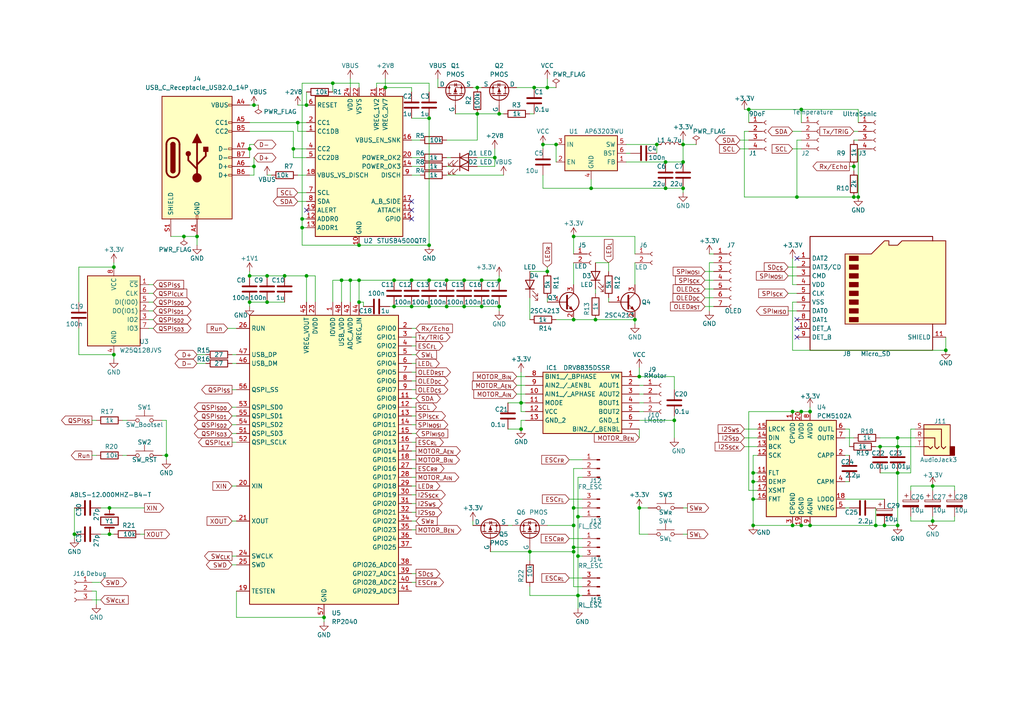
<source format=kicad_sch>
(kicad_sch (version 20230121) (generator eeschema)
  (paper "A4")
  (junction (at 247.65 57.15))
  (junction (at 151.13 124.46))
  (junction (at 166.37 68.58))
  (junction (at 31.75 147.32))
  (junction (at 138.43 33.02))
  (junction (at 48.26 132.08))
  (junction (at 198.12 41.91))
  (junction (at 77.47 87.63))
  (junction (at 166.37 147.32))
  (junction (at 93.98 179.07))
  (junction (at 218.44 137.16))
  (junction (at 217.17 31.75))
  (junction (at 195.58 121.92))
  (junction (at 167.64 149.86))
  (junction (at 260.35 129.54))
  (junction (at 139.7 81.28))
  (junction (at 73.66 30.48))
  (junction (at 101.6 81.28))
  (junction (at 232.41 31.75))
  (junction (at 184.15 92.71))
  (junction (at 88.9 80.01))
  (junction (at 87.63 66.04))
  (junction (at 134.62 81.28))
  (junction (at 153.67 160.02))
  (junction (at 270.51 140.97))
  (junction (at 72.39 43.18))
  (junction (at 119.38 81.28))
  (junction (at 260.35 152.4))
  (junction (at 86.36 35.56))
  (junction (at 119.38 88.9))
  (junction (at 256.54 152.4))
  (junction (at 193.04 54.61))
  (junction (at 171.45 54.61))
  (junction (at 144.78 88.9))
  (junction (at 232.41 152.4))
  (junction (at 254 152.4))
  (junction (at 161.29 41.91))
  (junction (at 234.95 152.4))
  (junction (at 87.63 63.5))
  (junction (at 104.14 81.28))
  (junction (at 247.65 48.26))
  (junction (at 96.52 24.13))
  (junction (at 111.76 25.4))
  (junction (at 143.51 45.72))
  (junction (at 218.44 152.4))
  (junction (at 158.75 25.4))
  (junction (at 198.12 46.99))
  (junction (at 82.55 80.01))
  (junction (at 85.09 43.18))
  (junction (at 129.54 88.9))
  (junction (at 270.51 151.13))
  (junction (at 57.15 68.58))
  (junction (at 166.37 152.4))
  (junction (at 124.46 81.28))
  (junction (at 190.5 41.91))
  (junction (at 104.14 71.12))
  (junction (at 167.64 161.29))
  (junction (at 260.35 127))
  (junction (at 231.14 57.15))
  (junction (at 124.46 71.12))
  (junction (at 157.48 41.91))
  (junction (at 193.04 46.99))
  (junction (at 154.94 25.4))
  (junction (at 134.62 88.9))
  (junction (at 72.39 80.01))
  (junction (at 255.27 129.54))
  (junction (at 33.02 102.87))
  (junction (at 99.06 81.28))
  (junction (at 274.32 101.6))
  (junction (at 144.78 81.28))
  (junction (at 124.46 88.9))
  (junction (at 166.37 92.71))
  (junction (at 185.42 147.32))
  (junction (at 114.3 88.9))
  (junction (at 124.46 34.29))
  (junction (at 88.9 30.48))
  (junction (at 139.7 88.9))
  (junction (at 248.92 57.15))
  (junction (at 166.37 160.02))
  (junction (at 166.37 158.75))
  (junction (at 104.14 87.63))
  (junction (at 114.3 81.28))
  (junction (at 229.87 119.38))
  (junction (at 129.54 81.28))
  (junction (at 33.02 77.47))
  (junction (at 31.75 154.94))
  (junction (at 144.78 33.02))
  (junction (at 53.34 68.58))
  (junction (at 234.95 119.38))
  (junction (at 77.47 80.01))
  (junction (at 138.43 25.4))
  (junction (at 151.13 116.84))
  (junction (at 21.59 154.94))
  (junction (at 158.75 78.74))
  (junction (at 260.35 137.16))
  (junction (at 218.44 139.7))
  (junction (at 198.12 54.61))
  (junction (at 229.87 152.4))
  (junction (at 72.39 87.63))
  (junction (at 73.66 48.26))
  (junction (at 232.41 119.38))
  (junction (at 218.44 144.78))
  (junction (at 167.64 172.72))
  (junction (at 172.72 92.71))
  (junction (at 185.42 109.22))
  (no_connect (at 119.38 58.42))
  (no_connect (at 119.38 63.5))
  (no_connect (at 231.14 97.79))
  (no_connect (at 231.14 95.25))
  (no_connect (at 119.38 60.96))
  (no_connect (at 88.9 60.96))
  (no_connect (at 231.14 92.71))
  (no_connect (at 231.14 74.93))
  (wire (pts (xy 204.47 81.28) (xy 207.01 81.28)))
  (wire (pts (xy 129.54 45.72) (xy 130.81 45.72)))
  (wire (pts (xy 119.38 133.35) (xy 120.65 133.35)))
  (wire (pts (xy 119.38 25.4) (xy 119.38 26.67)))
  (wire (pts (xy 143.51 45.72) (xy 143.51 48.26)))
  (wire (pts (xy 229.87 87.63) (xy 229.87 101.6)))
  (wire (pts (xy 132.08 33.02) (xy 138.43 33.02)))
  (wire (pts (xy 72.39 87.63) (xy 77.47 87.63)))
  (wire (pts (xy 246.38 129.54) (xy 246.38 124.46)))
  (wire (pts (xy 276.86 149.86) (xy 276.86 151.13)))
  (wire (pts (xy 113.03 88.9) (xy 114.3 88.9)))
  (wire (pts (xy 218.44 152.4) (xy 229.87 152.4)))
  (wire (pts (xy 264.16 149.86) (xy 264.16 151.13)))
  (wire (pts (xy 246.38 124.46) (xy 245.11 124.46)))
  (wire (pts (xy 185.42 106.68) (xy 185.42 109.22)))
  (wire (pts (xy 86.36 55.88) (xy 88.9 55.88)))
  (wire (pts (xy 67.31 123.19) (xy 68.58 123.19)))
  (wire (pts (xy 22.86 102.87) (xy 33.02 102.87)))
  (wire (pts (xy 72.39 38.1) (xy 85.09 38.1)))
  (wire (pts (xy 228.6 77.47) (xy 231.14 77.47)))
  (wire (pts (xy 215.9 31.75) (xy 217.17 31.75)))
  (wire (pts (xy 88.9 26.67) (xy 88.9 30.48)))
  (wire (pts (xy 218.44 137.16) (xy 219.71 137.16)))
  (wire (pts (xy 184.15 76.2) (xy 184.15 82.55)))
  (wire (pts (xy 129.54 88.9) (xy 134.62 88.9)))
  (wire (pts (xy 217.17 35.56) (xy 217.17 31.75)))
  (wire (pts (xy 111.76 22.86) (xy 111.76 25.4)))
  (wire (pts (xy 254 129.54) (xy 255.27 129.54)))
  (wire (pts (xy 166.37 68.58) (xy 166.37 73.66)))
  (wire (pts (xy 229.87 43.18) (xy 232.41 43.18)))
  (wire (pts (xy 215.9 129.54) (xy 219.71 129.54)))
  (wire (pts (xy 255.27 127) (xy 260.35 127)))
  (wire (pts (xy 218.44 132.08) (xy 219.71 132.08)))
  (wire (pts (xy 193.04 46.99) (xy 198.12 46.99)))
  (wire (pts (xy 124.46 34.29) (xy 124.46 71.12)))
  (wire (pts (xy 119.38 81.28) (xy 114.3 81.28)))
  (wire (pts (xy 167.64 172.72) (xy 167.64 161.29)))
  (wire (pts (xy 153.67 86.36) (xy 153.67 92.71)))
  (wire (pts (xy 215.9 38.1) (xy 215.9 57.15)))
  (wire (pts (xy 119.38 123.19) (xy 120.65 123.19)))
  (wire (pts (xy 66.04 95.25) (xy 68.58 95.25)))
  (wire (pts (xy 104.14 25.4) (xy 104.14 24.13)))
  (wire (pts (xy 88.9 80.01) (xy 91.44 80.01)))
  (wire (pts (xy 195.58 113.03) (xy 195.58 109.22)))
  (wire (pts (xy 119.38 120.65) (xy 120.65 120.65)))
  (wire (pts (xy 254 152.4) (xy 256.54 152.4)))
  (wire (pts (xy 207.01 76.2) (xy 205.74 76.2)))
  (wire (pts (xy 151.13 121.92) (xy 152.4 121.92)))
  (wire (pts (xy 185.42 116.84) (xy 186.69 116.84)))
  (wire (pts (xy 134.62 81.28) (xy 129.54 81.28)))
  (wire (pts (xy 195.58 120.65) (xy 195.58 121.92)))
  (wire (pts (xy 254 147.32) (xy 254 152.4)))
  (wire (pts (xy 231.14 87.63) (xy 229.87 87.63)))
  (wire (pts (xy 26.67 121.92) (xy 27.94 121.92)))
  (wire (pts (xy 204.47 86.36) (xy 207.01 86.36)))
  (wire (pts (xy 161.29 92.71) (xy 166.37 92.71)))
  (wire (pts (xy 40.64 154.94) (xy 41.91 154.94)))
  (wire (pts (xy 68.58 171.45) (xy 68.58 179.07)))
  (wire (pts (xy 119.38 105.41) (xy 120.65 105.41)))
  (wire (pts (xy 264.16 140.97) (xy 270.51 140.97)))
  (wire (pts (xy 119.38 143.51) (xy 120.65 143.51)))
  (wire (pts (xy 73.66 48.26) (xy 72.39 48.26)))
  (wire (pts (xy 198.12 54.61) (xy 198.12 55.88)))
  (wire (pts (xy 138.43 45.72) (xy 143.51 45.72)))
  (wire (pts (xy 167.64 149.86) (xy 168.91 149.86)))
  (wire (pts (xy 91.44 80.01) (xy 91.44 87.63)))
  (wire (pts (xy 193.04 54.61) (xy 198.12 54.61)))
  (wire (pts (xy 166.37 170.18) (xy 166.37 160.02)))
  (wire (pts (xy 149.86 111.76) (xy 152.4 111.76)))
  (wire (pts (xy 195.58 121.92) (xy 195.58 127)))
  (wire (pts (xy 264.16 124.46) (xy 264.16 137.16)))
  (wire (pts (xy 87.63 66.04) (xy 87.63 71.12)))
  (wire (pts (xy 48.26 132.08) (xy 48.26 133.35)))
  (wire (pts (xy 158.75 152.4) (xy 166.37 152.4)))
  (wire (pts (xy 166.37 135.89) (xy 168.91 135.89)))
  (wire (pts (xy 144.78 88.9) (xy 144.78 90.17)))
  (wire (pts (xy 181.61 44.45) (xy 182.88 44.45)))
  (wire (pts (xy 73.66 45.72) (xy 73.66 48.26)))
  (wire (pts (xy 158.75 77.47) (xy 158.75 78.74)))
  (wire (pts (xy 73.66 48.26) (xy 73.66 50.8)))
  (wire (pts (xy 87.63 24.13) (xy 87.63 63.5)))
  (wire (pts (xy 229.87 82.55) (xy 231.14 82.55)))
  (wire (pts (xy 232.41 35.56) (xy 232.41 31.75)))
  (wire (pts (xy 146.05 50.8) (xy 129.54 50.8)))
  (wire (pts (xy 129.54 40.64) (xy 138.43 40.64)))
  (wire (pts (xy 43.18 85.09) (xy 44.45 85.09)))
  (wire (pts (xy 158.75 25.4) (xy 161.29 25.4)))
  (wire (pts (xy 119.38 146.05) (xy 120.65 146.05)))
  (wire (pts (xy 31.75 147.32) (xy 41.91 147.32)))
  (wire (pts (xy 109.22 25.4) (xy 109.22 24.13)))
  (wire (pts (xy 86.36 58.42) (xy 88.9 58.42)))
  (wire (pts (xy 217.17 119.38) (xy 229.87 119.38)))
  (wire (pts (xy 72.39 41.91) (xy 72.39 43.18)))
  (wire (pts (xy 119.38 135.89) (xy 120.65 135.89)))
  (wire (pts (xy 255.27 129.54) (xy 260.35 129.54)))
  (wire (pts (xy 229.87 74.93) (xy 229.87 82.55)))
  (wire (pts (xy 67.31 113.03) (xy 68.58 113.03)))
  (wire (pts (xy 72.39 35.56) (xy 86.36 35.56)))
  (wire (pts (xy 232.41 31.75) (xy 248.92 31.75)))
  (wire (pts (xy 31.75 154.94) (xy 33.02 154.94)))
  (wire (pts (xy 77.47 87.63) (xy 82.55 87.63)))
  (wire (pts (xy 72.39 43.18) (xy 72.39 45.72)))
  (wire (pts (xy 229.87 38.1) (xy 232.41 38.1)))
  (wire (pts (xy 67.31 151.13) (xy 68.58 151.13)))
  (wire (pts (xy 147.32 116.84) (xy 151.13 116.84)))
  (wire (pts (xy 153.67 172.72) (xy 167.64 172.72)))
  (wire (pts (xy 73.66 30.48) (xy 74.93 30.48)))
  (wire (pts (xy 119.38 95.25) (xy 120.65 95.25)))
  (wire (pts (xy 124.46 24.13) (xy 124.46 26.67)))
  (wire (pts (xy 172.72 76.2) (xy 176.53 76.2)))
  (wire (pts (xy 260.35 137.16) (xy 260.35 152.4)))
  (wire (pts (xy 168.91 158.75) (xy 166.37 158.75)))
  (wire (pts (xy 245.11 144.78) (xy 256.54 144.78)))
  (wire (pts (xy 21.59 154.94) (xy 21.59 156.21)))
  (wire (pts (xy 232.41 152.4) (xy 234.95 152.4)))
  (wire (pts (xy 205.74 73.66) (xy 207.01 73.66)))
  (wire (pts (xy 198.12 154.94) (xy 199.39 154.94)))
  (wire (pts (xy 67.31 105.41) (xy 68.58 105.41)))
  (wire (pts (xy 149.86 25.4) (xy 154.94 25.4)))
  (wire (pts (xy 215.9 127) (xy 219.71 127)))
  (wire (pts (xy 245.11 147.32) (xy 246.38 147.32)))
  (wire (pts (xy 171.45 52.07) (xy 171.45 54.61)))
  (wire (pts (xy 157.48 41.91) (xy 157.48 43.18)))
  (wire (pts (xy 138.43 40.64) (xy 138.43 33.02)))
  (wire (pts (xy 72.39 87.63) (xy 72.39 88.9)))
  (wire (pts (xy 72.39 80.01) (xy 77.47 80.01)))
  (wire (pts (xy 172.72 83.82) (xy 172.72 85.09)))
  (wire (pts (xy 167.64 161.29) (xy 167.64 149.86)))
  (wire (pts (xy 43.18 82.55) (xy 44.45 82.55)))
  (wire (pts (xy 260.35 127) (xy 260.35 129.54)))
  (wire (pts (xy 85.09 43.18) (xy 88.9 43.18)))
  (wire (pts (xy 149.86 109.22) (xy 152.4 109.22)))
  (wire (pts (xy 119.38 110.49) (xy 120.65 110.49)))
  (wire (pts (xy 85.09 43.18) (xy 85.09 45.72)))
  (wire (pts (xy 228.6 80.01) (xy 231.14 80.01)))
  (wire (pts (xy 167.64 161.29) (xy 168.91 161.29)))
  (wire (pts (xy 187.96 154.94) (xy 185.42 154.94)))
  (wire (pts (xy 166.37 92.71) (xy 172.72 92.71)))
  (wire (pts (xy 264.16 151.13) (xy 270.51 151.13)))
  (wire (pts (xy 260.35 137.16) (xy 264.16 137.16)))
  (wire (pts (xy 96.52 24.13) (xy 104.14 24.13)))
  (wire (pts (xy 166.37 152.4) (xy 166.37 158.75)))
  (wire (pts (xy 101.6 81.28) (xy 101.6 87.63)))
  (wire (pts (xy 139.7 88.9) (xy 144.78 88.9)))
  (wire (pts (xy 57.15 105.41) (xy 59.69 105.41)))
  (wire (pts (xy 99.06 81.28) (xy 96.52 81.28)))
  (wire (pts (xy 166.37 68.58) (xy 184.15 68.58)))
  (wire (pts (xy 153.67 160.02) (xy 166.37 160.02)))
  (wire (pts (xy 176.53 86.36) (xy 176.53 87.63)))
  (wire (pts (xy 68.58 179.07) (xy 93.98 179.07)))
  (wire (pts (xy 67.31 161.29) (xy 68.58 161.29)))
  (wire (pts (xy 147.32 152.4) (xy 148.59 152.4)))
  (wire (pts (xy 168.91 170.18) (xy 166.37 170.18)))
  (wire (pts (xy 247.65 48.26) (xy 247.65 49.53)))
  (wire (pts (xy 167.64 138.43) (xy 168.91 138.43)))
  (wire (pts (xy 87.63 63.5) (xy 87.63 66.04)))
  (wire (pts (xy 93.98 179.07) (xy 93.98 180.34)))
  (wire (pts (xy 87.63 66.04) (xy 88.9 66.04)))
  (wire (pts (xy 153.67 170.18) (xy 153.67 172.72)))
  (wire (pts (xy 246.38 48.26) (xy 247.65 48.26)))
  (wire (pts (xy 217.17 142.24) (xy 219.71 142.24)))
  (wire (pts (xy 198.12 46.99) (xy 198.12 41.91)))
  (wire (pts (xy 274.32 97.79) (xy 274.32 101.6)))
  (wire (pts (xy 27.94 171.45) (xy 26.67 171.45)))
  (wire (pts (xy 35.56 121.92) (xy 36.83 121.92)))
  (wire (pts (xy 143.51 43.18) (xy 143.51 45.72)))
  (wire (pts (xy 119.38 130.81) (xy 120.65 130.81)))
  (wire (pts (xy 167.64 176.53) (xy 167.64 172.72)))
  (wire (pts (xy 104.14 81.28) (xy 104.14 87.63)))
  (wire (pts (xy 119.38 140.97) (xy 120.65 140.97)))
  (wire (pts (xy 204.47 78.74) (xy 207.01 78.74)))
  (wire (pts (xy 149.86 114.3) (xy 152.4 114.3)))
  (wire (pts (xy 119.38 45.72) (xy 121.92 45.72)))
  (wire (pts (xy 165.1 133.35) (xy 168.91 133.35)))
  (wire (pts (xy 218.44 132.08) (xy 218.44 137.16)))
  (wire (pts (xy 72.39 30.48) (xy 73.66 30.48)))
  (wire (pts (xy 264.16 124.46) (xy 265.43 124.46)))
  (wire (pts (xy 234.95 118.11) (xy 234.95 119.38)))
  (wire (pts (xy 144.78 81.28) (xy 139.7 81.28)))
  (wire (pts (xy 215.9 124.46) (xy 219.71 124.46)))
  (wire (pts (xy 124.46 81.28) (xy 119.38 81.28)))
  (wire (pts (xy 127 22.86) (xy 127 25.4)))
  (wire (pts (xy 119.38 34.29) (xy 124.46 34.29)))
  (wire (pts (xy 185.42 154.94) (xy 185.42 147.32)))
  (wire (pts (xy 119.38 148.59) (xy 120.65 148.59)))
  (wire (pts (xy 134.62 88.9) (xy 139.7 88.9)))
  (wire (pts (xy 167.64 149.86) (xy 167.64 138.43)))
  (wire (pts (xy 138.43 33.02) (xy 144.78 33.02)))
  (wire (pts (xy 144.78 33.02) (xy 146.05 33.02)))
  (wire (pts (xy 185.42 119.38) (xy 186.69 119.38)))
  (wire (pts (xy 119.38 40.64) (xy 121.92 40.64)))
  (wire (pts (xy 181.61 41.91) (xy 190.5 41.91)))
  (wire (pts (xy 245.11 139.7) (xy 246.38 139.7)))
  (wire (pts (xy 119.38 88.9) (xy 124.46 88.9)))
  (wire (pts (xy 119.38 168.91) (xy 120.65 168.91)))
  (wire (pts (xy 153.67 33.02) (xy 154.94 33.02)))
  (wire (pts (xy 245.11 127) (xy 247.65 127)))
  (wire (pts (xy 85.09 45.72) (xy 88.9 45.72)))
  (wire (pts (xy 124.46 88.9) (xy 129.54 88.9)))
  (wire (pts (xy 119.38 102.87) (xy 120.65 102.87)))
  (wire (pts (xy 104.14 81.28) (xy 114.3 81.28)))
  (wire (pts (xy 35.56 132.08) (xy 36.83 132.08)))
  (wire (pts (xy 119.38 153.67) (xy 120.65 153.67)))
  (wire (pts (xy 260.35 127) (xy 265.43 127)))
  (wire (pts (xy 88.9 80.01) (xy 88.9 87.63)))
  (wire (pts (xy 185.42 121.92) (xy 195.58 121.92)))
  (wire (pts (xy 86.36 35.56) (xy 88.9 35.56)))
  (wire (pts (xy 218.44 139.7) (xy 218.44 144.78)))
  (wire (pts (xy 198.12 40.64) (xy 198.12 41.91)))
  (wire (pts (xy 119.38 118.11) (xy 120.65 118.11)))
  (wire (pts (xy 218.44 144.78) (xy 218.44 152.4)))
  (wire (pts (xy 190.5 41.91) (xy 190.5 44.45)))
  (wire (pts (xy 137.16 25.4) (xy 138.43 25.4)))
  (wire (pts (xy 165.1 144.78) (xy 168.91 144.78)))
  (wire (pts (xy 99.06 81.28) (xy 99.06 87.63)))
  (wire (pts (xy 48.26 121.92) (xy 48.26 132.08)))
  (wire (pts (xy 270.51 149.86) (xy 270.51 151.13)))
  (wire (pts (xy 255.27 137.16) (xy 260.35 137.16)))
  (wire (pts (xy 217.17 142.24) (xy 217.17 119.38)))
  (wire (pts (xy 166.37 147.32) (xy 166.37 135.89)))
  (wire (pts (xy 204.47 88.9) (xy 207.01 88.9)))
  (wire (pts (xy 22.86 77.47) (xy 22.86 87.63)))
  (wire (pts (xy 157.48 41.91) (xy 161.29 41.91)))
  (wire (pts (xy 144.78 80.01) (xy 144.78 81.28)))
  (wire (pts (xy 53.34 68.58) (xy 57.15 68.58)))
  (wire (pts (xy 67.31 120.65) (xy 68.58 120.65)))
  (wire (pts (xy 33.02 102.87) (xy 33.02 104.14)))
  (wire (pts (xy 105.41 88.9) (xy 105.41 87.63)))
  (wire (pts (xy 57.15 102.87) (xy 59.69 102.87)))
  (wire (pts (xy 77.47 80.01) (xy 82.55 80.01)))
  (wire (pts (xy 151.13 119.38) (xy 152.4 119.38)))
  (wire (pts (xy 214.63 43.18) (xy 217.17 43.18)))
  (wire (pts (xy 43.18 90.17) (xy 44.45 90.17)))
  (wire (pts (xy 228.6 90.17) (xy 231.14 90.17)))
  (wire (pts (xy 57.15 71.12) (xy 57.15 68.58)))
  (wire (pts (xy 256.54 152.4) (xy 260.35 152.4)))
  (wire (pts (xy 165.1 156.21) (xy 168.91 156.21)))
  (wire (pts (xy 43.18 92.71) (xy 44.45 92.71)))
  (wire (pts (xy 247.65 40.64) (xy 248.92 40.64)))
  (wire (pts (xy 72.39 78.74) (xy 72.39 80.01)))
  (wire (pts (xy 119.38 100.33) (xy 120.65 100.33)))
  (wire (pts (xy 234.95 152.4) (xy 254 152.4)))
  (wire (pts (xy 86.36 50.8) (xy 88.9 50.8)))
  (wire (pts (xy 138.43 25.4) (xy 139.7 25.4)))
  (wire (pts (xy 119.38 113.03) (xy 120.65 113.03)))
  (wire (pts (xy 27.94 175.26) (xy 27.94 171.45)))
  (wire (pts (xy 129.54 81.28) (xy 124.46 81.28)))
  (wire (pts (xy 21.59 147.32) (xy 21.59 154.94)))
  (wire (pts (xy 29.21 147.32) (xy 31.75 147.32)))
  (wire (pts (xy 114.3 88.9) (xy 119.38 88.9)))
  (wire (pts (xy 147.32 124.46) (xy 151.13 124.46)))
  (wire (pts (xy 119.38 166.37) (xy 120.65 166.37)))
  (wire (pts (xy 172.72 92.71) (xy 184.15 92.71)))
  (wire (pts (xy 82.55 80.01) (xy 88.9 80.01)))
  (wire (pts (xy 217.17 38.1) (xy 215.9 38.1)))
  (wire (pts (xy 217.17 31.75) (xy 232.41 31.75)))
  (wire (pts (xy 119.38 50.8) (xy 121.92 50.8)))
  (wire (pts (xy 161.29 41.91) (xy 161.29 46.99)))
  (wire (pts (xy 96.52 81.28) (xy 96.52 87.63)))
  (wire (pts (xy 247.65 38.1) (xy 248.92 38.1)))
  (wire (pts (xy 231.14 57.15) (xy 215.9 57.15)))
  (wire (pts (xy 248.92 43.18) (xy 248.92 57.15)))
  (wire (pts (xy 129.54 48.26) (xy 130.81 48.26)))
  (wire (pts (xy 49.53 68.58) (xy 53.34 68.58)))
  (wire (pts (xy 270.51 151.13) (xy 276.86 151.13)))
  (wire (pts (xy 195.58 109.22) (xy 185.42 109.22)))
  (wire (pts (xy 229.87 119.38) (xy 232.41 119.38)))
  (wire (pts (xy 205.74 76.2) (xy 205.74 90.17)))
  (wire (pts (xy 168.91 172.72) (xy 167.64 172.72)))
  (wire (pts (xy 119.38 138.43) (xy 120.65 138.43)))
  (wire (pts (xy 245.11 132.08) (xy 246.38 132.08)))
  (wire (pts (xy 67.31 125.73) (xy 68.58 125.73)))
  (wire (pts (xy 86.36 35.56) (xy 86.36 38.1)))
  (wire (pts (xy 151.13 107.95) (xy 151.13 116.84)))
  (wire (pts (xy 67.31 118.11) (xy 68.58 118.11)))
  (wire (pts (xy 67.31 128.27) (xy 68.58 128.27)))
  (wire (pts (xy 218.44 144.78) (xy 219.71 144.78)))
  (wire (pts (xy 105.41 87.63) (xy 104.14 87.63)))
  (wire (pts (xy 86.36 38.1) (xy 88.9 38.1)))
  (wire (pts (xy 166.37 147.32) (xy 166.37 152.4)))
  (wire (pts (xy 184.15 68.58) (xy 184.15 73.66)))
  (wire (pts (xy 247.65 57.15) (xy 231.14 57.15)))
  (wire (pts (xy 229.87 152.4) (xy 232.41 152.4)))
  (wire (pts (xy 26.67 173.99) (xy 29.21 173.99)))
  (wire (pts (xy 26.67 168.91) (xy 29.21 168.91)))
  (wire (pts (xy 109.22 24.13) (xy 124.46 24.13)))
  (wire (pts (xy 158.75 22.86) (xy 158.75 25.4)))
  (wire (pts (xy 67.31 163.83) (xy 68.58 163.83)))
  (wire (pts (xy 43.18 87.63) (xy 44.45 87.63)))
  (wire (pts (xy 166.37 76.2) (xy 166.37 82.55)))
  (wire (pts (xy 101.6 81.28) (xy 99.06 81.28)))
  (wire (pts (xy 171.45 54.61) (xy 193.04 54.61)))
  (wire (pts (xy 264.16 142.24) (xy 264.16 140.97)))
  (wire (pts (xy 204.47 83.82) (xy 207.01 83.82)))
  (wire (pts (xy 46.99 121.92) (xy 48.26 121.92)))
  (wire (pts (xy 119.38 115.57) (xy 120.65 115.57)))
  (wire (pts (xy 151.13 121.92) (xy 151.13 124.46)))
  (wire (pts (xy 154.94 25.4) (xy 158.75 25.4)))
  (wire (pts (xy 229.87 101.6) (xy 274.32 101.6)))
  (wire (pts (xy 73.66 41.91) (xy 72.39 41.91)))
  (wire (pts (xy 184.15 92.71) (xy 184.15 93.98)))
  (wire (pts (xy 247.65 57.15) (xy 248.92 57.15)))
  (wire (pts (xy 87.63 24.13) (xy 96.52 24.13)))
  (wire (pts (xy 248.92 31.75) (xy 248.92 35.56)))
  (wire (pts (xy 158.75 86.36) (xy 158.75 87.63)))
  (wire (pts (xy 104.14 81.28) (xy 101.6 81.28)))
  (wire (pts (xy 181.61 46.99) (xy 193.04 46.99)))
  (wire (pts (xy 46.99 132.08) (xy 48.26 132.08)))
  (wire (pts (xy 185.42 114.3) (xy 186.69 114.3)))
  (wire (pts (xy 22.86 95.25) (xy 22.86 102.87)))
  (wire (pts (xy 214.63 40.64) (xy 217.17 40.64)))
  (wire (pts (xy 85.09 38.1) (xy 85.09 43.18)))
  (wire (pts (xy 176.53 76.2) (xy 176.53 78.74)))
  (wire (pts (xy 218.44 139.7) (xy 219.71 139.7)))
  (wire (pts (xy 168.91 147.32) (xy 166.37 147.32)))
  (wire (pts (xy 101.6 22.86) (xy 101.6 25.4)))
  (wire (pts (xy 86.36 30.48) (xy 88.9 30.48)))
  (wire (pts (xy 33.02 76.2) (xy 33.02 77.47)))
  (wire (pts (xy 231.14 40.64) (xy 231.14 57.15)))
  (wire (pts (xy 260.35 129.54) (xy 265.43 129.54)))
  (wire (pts (xy 119.38 97.79) (xy 120.65 97.79)))
  (wire (pts (xy 119.38 125.73) (xy 120.65 125.73)))
  (wire (pts (xy 137.16 151.13) (xy 137.16 152.4)))
  (wire (pts (xy 139.7 81.28) (xy 134.62 81.28)))
  (wire (pts (xy 151.13 116.84) (xy 152.4 116.84)))
  (wire (pts (xy 270.51 140.97) (xy 276.86 140.97)))
  (wire (pts (xy 67.31 140.97) (xy 68.58 140.97)))
  (wire (pts (xy 185.42 124.46) (xy 185.42 127)))
  (wire (pts (xy 153.67 160.02) (xy 153.67 162.56)))
  (wire (pts (xy 96.52 24.13) (xy 96.52 26.67)))
  (wire (pts (xy 22.86 77.47) (xy 33.02 77.47)))
  (wire (pts (xy 111.76 25.4) (xy 119.38 25.4)))
  (wire (pts (xy 185.42 111.76) (xy 186.69 111.76)))
  (wire (pts (xy 166.37 160.02) (xy 166.37 158.75)))
  (wire (pts (xy 228.6 85.09) (xy 231.14 85.09)))
  (wire (pts (xy 157.48 54.61) (xy 171.45 54.61)))
  (wire (pts (xy 198.12 41.91) (xy 201.93 41.91)))
  (wire (pts (xy 142.24 160.02) (xy 153.67 160.02)))
  (wire (pts (xy 165.1 167.64) (xy 168.91 167.64)))
  (wire (pts (xy 151.13 116.84) (xy 151.13 119.38)))
  (wire (pts (xy 218.44 137.16) (xy 218.44 139.7)))
  (wire (pts (xy 153.67 78.74) (xy 158.75 78.74)))
  (wire (pts (xy 270.51 140.97) (xy 270.51 142.24)))
  (wire (pts (xy 232.41 40.64) (xy 231.14 40.64)))
  (wire (pts (xy 276.86 142.24) (xy 276.86 140.97)))
  (wire (pts (xy 119.38 48.26) (xy 121.92 48.26)))
  (wire (pts (xy 124.46 71.12) (xy 104.14 71.12)))
  (wire (pts (xy 119.38 128.27) (xy 120.65 128.27)))
  (wire (pts (xy 143.51 48.26) (xy 138.43 48.26)))
  (wire (pts (xy 77.47 50.8) (xy 78.74 50.8)))
  (wire (pts (xy 119.38 151.13) (xy 120.65 151.13)))
  (wire (pts (xy 29.21 154.94) (xy 31.75 154.94)))
  (wire (pts (xy 185.42 147.32) (xy 187.96 147.32)))
  (wire (pts (xy 73.66 50.8) (xy 72.39 50.8)))
  (wire (pts (xy 157.48 50.8) (xy 157.48 54.61)))
  (wire (pts (xy 26.67 132.08) (xy 27.94 132.08)))
  (wire (pts (xy 67.31 102.87) (xy 68.58 102.87)))
  (wire (pts (xy 43.18 95.25) (xy 44.45 95.25)))
  (wire (pts (xy 87.63 71.12) (xy 104.14 71.12)))
  (wire (pts (xy 119.38 107.95) (xy 120.65 107.95)))
  (wire (pts (xy 232.41 119.38) (xy 234.95 119.38)))
  (wire (pts (xy 198.12 147.32) (xy 199.39 147.32)))
  (wire (pts (xy 87.63 63.5) (xy 88.9 63.5)))
  (global_label "I2S_{SD}" (shape input) (at 215.9 127 180) (property "Intersheetrefs" "${INTERSHEET_REFS}" (effects hide)))
  (global_label "LED_{L}" (shape input) (at 176.53 76.2 90) (property "Intersheetrefs" "${INTERSHEET_REFS}" (effects hide)))
  (global_label "MOTOR_B_{EN}" (shape input) (at 185.42 127 180) (property "Intersheetrefs" "${INTERSHEET_REFS}" (effects hide)))
  (global_label "OLED_{DC}" (shape output) (at 120.65 110.49 0) (property "Intersheetrefs" "${INTERSHEET_REFS}" (effects hide)))
  (global_label "SW_{L}" (shape output) (at 199.39 154.94 0) (property "Intersheetrefs" "${INTERSHEET_REFS}" (effects hide)))
  (global_label "ESC_{RL}" (shape output) (at 120.65 128.27 0) (property "Intersheetrefs" "${INTERSHEET_REFS}" (effects hide)))
  (global_label "I2S_{SCK}" (shape output) (at 120.65 143.51 0) (property "Intersheetrefs" "${INTERSHEET_REFS}" (effects hide)))
  (global_label "QSPI_{SS}" (shape output) (at 67.31 113.03 180) (property "Intersheetrefs" "${INTERSHEET_REFS}" (effects hide)))
  (global_label "ESC_{RL}" (shape input) (at 165.1 167.64 180) (property "Intersheetrefs" "${INTERSHEET_REFS}" (effects hide)))
  (global_label "D-" (shape bidirectional) (at 73.66 41.91 0) (property "Intersheetrefs" "${INTERSHEET_REFS}" (effects hide)))
  (global_label "OLED_{DC}" (shape input) (at 204.47 86.36 180) (property "Intersheetrefs" "${INTERSHEET_REFS}" (effects hide)))
  (global_label "XIN" (shape input) (at 67.31 140.97 180) (property "Intersheetrefs" "${INTERSHEET_REFS}" (effects hide)))
  (global_label "OLED_{RST}" (shape output) (at 120.65 107.95 0) (property "Intersheetrefs" "${INTERSHEET_REFS}" (effects hide)))
  (global_label "SPI_{SCK}" (shape output) (at 120.65 120.65 0) (property "Intersheetrefs" "${INTERSHEET_REFS}" (effects hide)))
  (global_label "QSPI_{CLK}" (shape output) (at 67.31 128.27 180) (property "Intersheetrefs" "${INTERSHEET_REFS}" (effects hide)))
  (global_label "D-" (shape bidirectional) (at 57.15 105.41 180) (property "Intersheetrefs" "${INTERSHEET_REFS}" (effects hide)))
  (global_label "I2S_{WS}" (shape output) (at 120.65 146.05 0) (property "Intersheetrefs" "${INTERSHEET_REFS}" (effects hide)))
  (global_label "I2S_{SD}" (shape output) (at 120.65 148.59 0) (property "Intersheetrefs" "${INTERSHEET_REFS}" (effects hide)))
  (global_label "ESC_{FR}" (shape input) (at 165.1 133.35 180) (property "Intersheetrefs" "${INTERSHEET_REFS}" (effects hide)))
  (global_label "MOTOR_B_{EN}" (shape output) (at 120.65 153.67 0) (property "Intersheetrefs" "${INTERSHEET_REFS}" (effects hide)))
  (global_label "SDA" (shape bidirectional) (at 229.87 38.1 180) (property "Intersheetrefs" "${INTERSHEET_REFS}" (effects hide)))
  (global_label "LED_{R}" (shape output) (at 120.65 140.97 0) (property "Intersheetrefs" "${INTERSHEET_REFS}" (effects hide)))
  (global_label "QSPI_{SD3}" (shape bidirectional) (at 44.45 95.25 0) (property "Intersheetrefs" "${INTERSHEET_REFS}" (effects hide)))
  (global_label "Rx{slash}Echo" (shape output) (at 246.38 48.26 180) (property "Intersheetrefs" "${INTERSHEET_REFS}" (effects hide)))
  (global_label "QSPI_{SD2}" (shape bidirectional) (at 44.45 92.71 0) (property "Intersheetrefs" "${INTERSHEET_REFS}" (effects hide)))
  (global_label "OLED_{RST}" (shape input) (at 204.47 88.9 180) (property "Intersheetrefs" "${INTERSHEET_REFS}" (effects hide)))
  (global_label "SCL" (shape input) (at 229.87 43.18 180) (property "Intersheetrefs" "${INTERSHEET_REFS}" (effects hide)))
  (global_label "SPI_{SCK}" (shape input) (at 228.6 85.09 180) (property "Intersheetrefs" "${INTERSHEET_REFS}" (effects hide)))
  (global_label "SPI_{MOSI}" (shape input) (at 228.6 80.01 180) (property "Intersheetrefs" "${INTERSHEET_REFS}" (effects hide)))
  (global_label "ESC_{FR}" (shape output) (at 120.65 168.91 0) (property "Intersheetrefs" "${INTERSHEET_REFS}" (effects hide)))
  (global_label "D+" (shape bidirectional) (at 73.66 45.72 0) (property "Intersheetrefs" "${INTERSHEET_REFS}" (effects hide)))
  (global_label "OLED_{CS}" (shape input) (at 204.47 83.82 180) (property "Intersheetrefs" "${INTERSHEET_REFS}" (effects hide)))
  (global_label "SW_{CLK}" (shape output) (at 67.31 161.29 180) (property "Intersheetrefs" "${INTERSHEET_REFS}" (effects hide)))
  (global_label "XOUT" (shape input) (at 67.31 151.13 180) (property "Intersheetrefs" "${INTERSHEET_REFS}" (effects hide)))
  (global_label "D+" (shape bidirectional) (at 57.15 102.87 180) (property "Intersheetrefs" "${INTERSHEET_REFS}" (effects hide)))
  (global_label "MOTOR_B_{IN}" (shape input) (at 149.86 109.22 180) (property "Intersheetrefs" "${INTERSHEET_REFS}" (effects hide)))
  (global_label "SCL" (shape output) (at 120.65 118.11 0) (property "Intersheetrefs" "${INTERSHEET_REFS}" (effects hide)))
  (global_label "MOTOR_A_{IN}" (shape input) (at 149.86 114.3 180) (property "Intersheetrefs" "${INTERSHEET_REFS}" (effects hide)))
  (global_label "Run" (shape input) (at 66.04 95.25 180) (property "Intersheetrefs" "${INTERSHEET_REFS}" (effects hide)))
  (global_label "SWD" (shape bidirectional) (at 67.31 163.83 180) (property "Intersheetrefs" "${INTERSHEET_REFS}" (effects hide)))
  (global_label "SPI_{MOSI}" (shape input) (at 204.47 78.74 180) (property "Intersheetrefs" "${INTERSHEET_REFS}" (effects hide)))
  (global_label "SW_{R}" (shape input) (at 120.65 151.13 0) (property "Intersheetrefs" "${INTERSHEET_REFS}" (effects hide)))
  (global_label "Rx{slash}Echo" (shape input) (at 120.65 95.25 0) (property "Intersheetrefs" "${INTERSHEET_REFS}" (effects hide)))
  (global_label "SDA" (shape bidirectional) (at 120.65 115.57 0) (property "Intersheetrefs" "${INTERSHEET_REFS}" (effects hide)))
  (global_label "SW_{CLK}" (shape input) (at 29.21 173.99 0) (property "Intersheetrefs" "${INTERSHEET_REFS}" (effects hide)))
  (global_label "ESC_{RR}" (shape input) (at 165.1 156.21 180) (property "Intersheetrefs" "${INTERSHEET_REFS}" (effects hide)))
  (global_label "SPI_{MOSI}" (shape output) (at 120.65 123.19 0) (property "Intersheetrefs" "${INTERSHEET_REFS}" (effects hide)))
  (global_label "SW_{L}" (shape input) (at 120.65 102.87 0) (property "Intersheetrefs" "${INTERSHEET_REFS}" (effects hide)))
  (global_label "SD_{CS}" (shape output) (at 120.65 166.37 0) (property "Intersheetrefs" "${INTERSHEET_REFS}" (effects hide)))
  (global_label "SWD" (shape bidirectional) (at 29.21 168.91 0) (property "Intersheetrefs" "${INTERSHEET_REFS}" (effects hide)))
  (global_label "SCL" (shape input) (at 86.36 55.88 180) (property "Intersheetrefs" "${INTERSHEET_REFS}" (effects hide)))
  (global_label "XOUT" (shape output) (at 41.91 154.94 0) (property "Intersheetrefs" "${INTERSHEET_REFS}" (effects hide)))
  (global_label "SCL" (shape input) (at 214.63 43.18 180) (property "Intersheetrefs" "${INTERSHEET_REFS}" (effects hide)))
  (global_label "ESC_{RR}" (shape output) (at 120.65 135.89 0) (property "Intersheetrefs" "${INTERSHEET_REFS}" (effects hide)))
  (global_label "MOTOR_A_{EN}" (shape output) (at 120.65 130.81 0) (property "Intersheetrefs" "${INTERSHEET_REFS}" (effects hide)))
  (global_label "Run" (shape output) (at 26.67 132.08 180) (property "Intersheetrefs" "${INTERSHEET_REFS}" (effects hide)))
  (global_label "MOTOR_A_{IN}" (shape output) (at 120.65 138.43 0) (property "Intersheetrefs" "${INTERSHEET_REFS}" (effects hide)))
  (global_label "QSPI_{SD1}" (shape bidirectional) (at 44.45 90.17 0) (property "Intersheetrefs" "${INTERSHEET_REFS}" (effects hide)))
  (global_label "SPI_{SCK}" (shape input) (at 204.47 81.28 180) (property "Intersheetrefs" "${INTERSHEET_REFS}" (effects hide)))
  (global_label "SPI_{MISO}" (shape input) (at 120.65 125.73 0) (property "Intersheetrefs" "${INTERSHEET_REFS}" (effects hide)))
  (global_label "SDA" (shape bidirectional) (at 86.36 58.42 180) (property "Intersheetrefs" "${INTERSHEET_REFS}" (effects hide)))
  (global_label "I2S_{WS}" (shape input) (at 215.9 124.46 180) (property "Intersheetrefs" "${INTERSHEET_REFS}" (effects hide)))
  (global_label "QSPI_{SS}" (shape output) (at 26.67 121.92 180) (property "Intersheetrefs" "${INTERSHEET_REFS}" (effects hide)))
  (global_label "LED_{R}" (shape input) (at 158.75 77.47 90) (property "Intersheetrefs" "${INTERSHEET_REFS}" (effects hide)))
  (global_label "OLED_{CS}" (shape output) (at 120.65 113.03 0) (property "Intersheetrefs" "${INTERSHEET_REFS}" (effects hide)))
  (global_label "SD_{CS}" (shape input) (at 228.6 77.47 180) (property "Intersheetrefs" "${INTERSHEET_REFS}" (effects hide)))
  (global_label "MOTOR_B_{IN}" (shape output) (at 120.65 133.35 0) (property "Intersheetrefs" "${INTERSHEET_REFS}" (effects hide)))
  (global_label "QSPI_{SS}" (shape input) (at 44.45 82.55 0) (property "Intersheetrefs" "${INTERSHEET_REFS}" (effects hide)))
  (global_label "SDA" (shape bidirectional) (at 214.63 40.64 180) (property "Intersheetrefs" "${INTERSHEET_REFS}" (effects hide)))
  (global_label "QSPI_{CLK}" (shape input) (at 44.45 85.09 0) (property "Intersheetrefs" "${INTERSHEET_REFS}" (effects hide)))
  (global_label "QSPI_{SD0}" (shape bidirectional) (at 67.31 118.11 180) (property "Intersheetrefs" "${INTERSHEET_REFS}" (effects hide)))
  (global_label "SW_{R}" (shape output) (at 199.39 147.32 0) (property "Intersheetrefs" "${INTERSHEET_REFS}" (effects hide)))
  (global_label "QSPI_{SD3}" (shape bidirectional) (at 67.31 125.73 180) (property "Intersheetrefs" "${INTERSHEET_REFS}" (effects hide)))
  (global_label "QSPI_{SD2}" (shape bidirectional) (at 67.31 123.19 180) (property "Intersheetrefs" "${INTERSHEET_REFS}" (effects hide)))
  (global_label "LED_{L}" (shape output) (at 120.65 105.41 0) (property "Intersheetrefs" "${INTERSHEET_REFS}" (effects hide)))
  (global_label "SPI_{MISO}" (shape output) (at 228.6 90.17 180) (property "Intersheetrefs" "${INTERSHEET_REFS}" (effects hide)))
  (global_label "Tx{slash}TRIG" (shape output) (at 120.65 97.79 0) (property "Intersheetrefs" "${INTERSHEET_REFS}" (effects hide)))
  (global_label "Tx{slash}TRIG" (shape input) (at 247.65 38.1 180) (property "Intersheetrefs" "${INTERSHEET_REFS}" (effects hide)))
  (global_label "QSPI_{SD0}" (shape bidirectional) (at 44.45 87.63 0) (property "Intersheetrefs" "${INTERSHEET_REFS}" (effects hide)))
  (global_label "ESC_{FL}" (shape output) (at 120.65 100.33 0) (property "Intersheetrefs" "${INTERSHEET_REFS}" (effects hide)))
  (global_label "I2S_{SCK}" (shape input) (at 215.9 129.54 180) (property "Intersheetrefs" "${INTERSHEET_REFS}" (effects hide)))
  (global_label "QSPI_{SD1}" (shape bidirectional) (at 67.31 120.65 180) (property "Intersheetrefs" "${INTERSHEET_REFS}" (effects hide)))
  (global_label "XIN" (shape output) (at 41.91 147.32 0) (property "Intersheetrefs" "${INTERSHEET_REFS}" (effects hide)))
  (global_label "MOTOR_A_{EN}" (shape input) (at 149.86 111.76 180) (property "Intersheetrefs" "${INTERSHEET_REFS}" (effects hide)))
  (global_label "ESC_{FL}" (shape input) (at 165.1 144.78 180) (property "Intersheetrefs" "${INTERSHEET_REFS}" (effects hide)))
  (symbol (lib_id "Connector:Conn_01x03_Pin") (at 173.99 170.18 180) (unit 1)
    (property "Reference" "J15" (at 170.942 173.99 0) (effects (justify right)))
    (property "Value" "RL_ESC" (at 167.64 175.514 0) (effects (justify right)))
    (property "Footprint" "Connector_PinHeader_2.54mm:PinHeader_1x03_P2.54mm_Horizontal" (effects hide))
  )
  (symbol (lib_id "Device:C") (at 186.69 44.45 90) (unit 1)
    (property "Reference" "C4" (at 190.5 43.18 90) (effects (justify left)))
    (property "Value" "100n" (at 193.04 45.72 90) (effects (justify left)))
  )
  (symbol (lib_id "Device:L") (at 194.31 41.91 90) (unit 1)
    (property "Reference" "L1" (at 191.77 40.64 90))
    (property "Value" "4.7u" (at 195.58 40.64 90))
  )
  (symbol (lib_id "Device:C") (at 109.22 88.9 90) (unit 1)
    (property "Reference" "C18" (at 107.95 90.17 90) (effects (justify left)))
    (property "Value" "1u" (at 113.03 90.17 90) (effects (justify left)))
  )
  (symbol (lib_id "Device:R") (at 251.46 127 90) (unit 1)
    (property "Reference" "R18" (at 251.46 125.095 90))
    (property "Value" "1k" (at 251.46 127 90))
    (property "Footprint" "Resistor_SMD:R_0603_1608Metric" (effects hide))
    (property "Datasheet" "https://www.koaspeer.com/pdfs/RN73H.pdf" (effects hide))
    (property "Manufacturer_Name" "KOA Speer" (effects hide))
    (property "Manufacturer_Part_Number" "RN73H1JTTD1001F100" (effects hide))
    (property "Mouser Part Number" "660-RN73H1JT1001F100" (effects hide))
    (property "Mouser Price/Stock" "https://www.mouser.jp/ProductDetail/660-RN73H1JT1001F100" (effects hide))
  )
  (symbol (lib_id "power:+3.3V") (at 229.87 74.93 0) (unit 1)
    (property "Reference" "#PWR014" (effects hide))
    (property "Value" "+3.3V" (at 229.87 71.12 0))
  )
  (symbol (lib_id "Device:C") (at 154.94 29.21 0) (unit 1)
    (property "Reference" "C1" (at 154.94 26.67 0) (effects (justify left)))
    (property "Value" "0.1u" (at 154.94 31.75 0) (effects (justify left)))
  )
  (symbol (lib_id "Connector:Conn_01x04_Socket") (at 237.49 38.1 0) (unit 1)
    (property "Reference" "J2" (at 232.41 44.45 0) (effects (justify left)))
    (property "Value" "Temperature" (at 229.87 32.512 0) (effects (justify left)))
    (property "Footprint" "Connector_PinSocket_2.54mm:PinSocket_1x04_P2.54mm_Vertical" (effects hide))
  )
  (symbol (lib_id "power:GND") (at 144.78 90.17 0) (unit 1)
    (property "Reference" "#PWR019" (effects hide))
    (property "Value" "GND" (at 144.78 93.98 0))
  )
  (symbol (lib_id "power:+3.3V") (at 33.02 76.2 0) (unit 1)
    (property "Reference" "#PWR017" (effects hide))
    (property "Value" "+3.3V" (at 33.02 72.39 0))
  )
  (symbol (lib_id "power:GND") (at 167.64 176.53 0) (unit 1)
    (property "Reference" "#PWR037" (effects hide))
    (property "Value" "GND" (at 168.91 180.34 0))
  )
  (symbol (lib_id "Device:R") (at 138.43 29.21 0) (unit 1)
    (property "Reference" "R2" (at 135.89 30.48 90) (effects (justify left)))
    (property "Value" "100k" (at 138.43 31.75 90) (effects (justify left)))
  )
  (symbol (lib_id "Connector_Audio:AudioJack3") (at 270.51 127 0) (mirror y) (unit 1)
    (property "Reference" "J11" (at 270.891 122.174 0) (effects (justify right)))
    (property "Value" "AudioJack3" (at 266.827 133.35 0) (effects (justify right)))
    (property "Footprint" "STX-3000:STX3000" (effects hide))
    (property "Datasheet" "https://www.mouser.jp/datasheet/2/222/STX3000-334650.pdf" (effects hide))
    (property "Manufacturer_Name" "Kycon" (effects hide))
    (property "Manufacturer_Part_Number" "STX-3000" (effects hide))
    (property "Mouser Part Number" "806-STX-3000" (effects hide))
    (property "Mouser Price/Stock" "https://www.mouser.jp/ProductDetail/Kycon/STX-3000?qs=kjZ2mQLP346Nbz1X9BOzfg%3D%3D" (effects hide))
  )
  (symbol (lib_id "Connector:Conn_01x03_Socket") (at 21.59 171.45 0) (mirror y) (unit 1)
    (property "Reference" "J16" (at 22.86 166.37 0))
    (property "Value" "Debug" (at 27.94 166.37 0))
  )
  (symbol (lib_id "Device:C") (at 198.12 50.8 0) (unit 1)
    (property "Reference" "C7" (at 195.58 48.26 0) (effects (justify left)))
    (property "Value" "22u" (at 194.31 53.34 0) (effects (justify left)))
  )
  (symbol (lib_id "Device:C_Polarized") (at 270.51 146.05 0) (unit 1)
    (property "Reference" "C27" (at 270.51 144.145 0) (effects (justify left)))
    (property "Value" "10µ" (at 270.51 147.955 0) (effects (justify left)))
    (property "Footprint" "Capacitor_SMD:CP_Elec_4x5.4" (effects hide))
    (property "Datasheet" "https://www.mouser.jp/datasheet/2/315/RDE0000C1259-1772497.pdf" (effects hide))
    (property "Manufacturer_Name" "Panasonic" (effects hide))
    (property "Manufacturer_Part_Number" "EEE-FN1A100R" (effects hide))
    (property "Mouser Part Number" "667-EEE-FN1A100R" (effects hide))
    (property "Mouser Price/Stock" "https://www.mouser.jp/ProductDetail/667-EEE-FN1A100R" (effects hide))
  )
  (symbol (lib_id "Simulation_SPICE:PMOS") (at 142.24 154.94 90) (unit 1)
    (property "Reference" "Q5" (at 146.05 154.94 90))
    (property "Value" "PMOS" (at 144.78 157.48 90))
    (property "Datasheet" "https://ngspice.sourceforge.io/docs/ngspice-html-manual/manual.xhtml#cha_MOSFETs" (effects hide))
    (property "Sim.Device" "PMOS" (effects hide))
    (property "Sim.Type" "VDMOS" (effects hide))
    (property "Sim.Pins" "1=D 2=G 3=S" (effects hide))
  )
  (symbol (lib_id "power:+2V8") (at 86.36 30.48 0) (unit 1)
    (property "Reference" "#PWR03" (effects hide))
    (property "Value" "+2V8" (at 85.09 26.67 0))
  )
  (symbol (lib_id "power:GND") (at 184.15 93.98 0) (unit 1)
    (property "Reference" "#PWR021" (effects hide))
    (property "Value" "GND" (at 184.15 97.79 0))
  )
  (symbol (lib_id "Simulation_SPICE:PMOS") (at 144.78 27.94 270) (mirror x) (unit 1)
    (property "Reference" "Q2" (at 144.78 19.05 90))
    (property "Value" "PMOS" (at 144.78 21.59 90))
    (property "Datasheet" "https://ngspice.sourceforge.io/docs/ngspice-html-manual/manual.xhtml#cha_MOSFETs" (effects hide))
    (property "Sim.Device" "PMOS" (effects hide))
    (property "Sim.Type" "VDMOS" (effects hide))
    (property "Sim.Pins" "1=D 2=G 3=S" (effects hide))
  )
  (symbol (lib_id "MCU_RaspberryPi:RP2040") (at 93.98 133.35 0) (unit 1)
    (property "Reference" "U5" (at 96.1741 177.8 0) (effects (justify left)))
    (property "Value" "RP2040" (at 96.1741 180.34 0) (effects (justify left)))
    (property "Footprint" "Package_DFN_QFN:QFN-56-1EP_7x7mm_P0.4mm_EP3.2x3.2mm" (effects hide))
    (property "Datasheet" "https://datasheets.raspberrypi.com/rp2040/rp2040-datasheet.pdf" (effects hide))
  )
  (symbol (lib_id "Device:R") (at 176.53 82.55 180) (unit 1)
    (property "Reference" "R12" (at 179.07 80.01 90) (effects (justify left)))
    (property "Value" "5k" (at 176.53 81.28 90) (effects (justify left)))
    (property "Footprint" "Resistor_SMD:R_0603_1608Metric" (effects hide))
    (property "Datasheet" "https://www.koaspeer.com/pdfs/RN73H.pdf" (effects hide))
    (property "Manufacturer_Name" "KOA Speer" (effects hide))
    (property "Manufacturer_Part_Number" "RN73H1JTTD5102F100" (effects hide))
    (property "Mouser Part Number" "660-RN73H1JT5102F100" (effects hide))
    (property "Mouser Price/Stock" "https://www.mouser.jp/ProductDetail/660-RN73H1JT5102F100" (effects hide))
  )
  (symbol (lib_id "Switch:SW_Push") (at 193.04 154.94 0) (unit 1)
    (property "Reference" "SW4" (at 193.04 151.13 0))
    (property "Value" "SW_{L}" (at 193.04 156.21 0))
  )
  (symbol (lib_id "Device:C") (at 193.04 50.8 0) (unit 1)
    (property "Reference" "C6" (at 190.5 48.26 0) (effects (justify left)))
    (property "Value" "22u" (at 189.23 53.34 0) (effects (justify left)))
  )
  (symbol (lib_id "Memory_Flash:W25Q128JVS") (at 33.02 90.17 0) (mirror y) (unit 1)
    (property "Reference" "U3" (at 43.18 99.06 0) (effects (justify left)))
    (property "Value" "W25Q128JVS" (at 46.99 101.6 0) (effects (justify left)))
    (property "Footprint" "Package_SO:SOIC-8_5.23x5.23mm_P1.27mm" (effects hide))
    (property "Datasheet" "http://www.winbond.com/resource-files/w25q128jv_dtr%20revc%2003272018%20plus.pdf" (effects hide))
  )
  (symbol (lib_id "Device:R") (at 125.73 48.26 90) (unit 1)
    (property "Reference" "R8" (at 123.19 46.99 90) (effects (justify left)))
    (property "Value" "1k" (at 127 48.26 90) (effects (justify left)))
  )
  (symbol (lib_id "Device:C") (at 25.4 154.94 90) (unit 1)
    (property "Reference" "C31" (at 22.86 157.48 0) (effects (justify left)))
    (property "Value" "27p" (at 27.94 158.75 0) (effects (justify left)))
  )
  (symbol (lib_id "Device:R") (at 250.19 129.54 90) (unit 1)
    (property "Reference" "R19" (at 250.19 131.445 90))
    (property "Value" "1k" (at 250.19 129.54 90))
    (property "Footprint" "Resistor_SMD:R_0603_1608Metric" (effects hide))
    (property "Datasheet" "https://www.koaspeer.com/pdfs/RN73H.pdf" (effects hide))
    (property "Manufacturer_Name" "KOA Speer" (effects hide))
    (property "Manufacturer_Part_Number" "RN73H1JTTD1001F100" (effects hide))
    (property "Mouser Part Number" "660-RN73H1JT1001F100" (effects hide))
    (property "Mouser Price/Stock" "https://www.mouser.jp/ProductDetail/660-RN73H1JT1001F100" (effects hide))
  )
  (symbol (lib_id "power:PWR_FLAG") (at 201.93 41.91 0) (unit 1)
    (property "Reference" "#FLG02" (effects hide))
    (property "Value" "PWR_FLAG" (at 205.74 38.1 0))
  )
  (symbol (lib_id "Device:C") (at 119.38 30.48 0) (unit 1)
    (property "Reference" "C2" (at 116.84 27.94 0) (effects (justify left)))
    (property "Value" "1u" (at 116.84 33.02 0) (effects (justify left)))
  )
  (symbol (lib_id "Device:R") (at 82.55 50.8 90) (unit 1)
    (property "Reference" "R7" (at 85.09 48.26 90) (effects (justify left)))
    (property "Value" "10k" (at 83.82 50.8 90) (effects (justify left)))
  )
  (symbol (lib_id "power:VBUS") (at 77.47 50.8 0) (unit 1)
    (property "Reference" "#PWR043" (effects hide))
    (property "Value" "VBUS" (at 77.47 52.07 0))
  )
  (symbol (lib_id "Connector:Conn_01x04_Socket") (at 254 38.1 0) (unit 1)
    (property "Reference" "J3" (at 248.92 44.45 0) (effects (justify left)))
    (property "Value" "UltraSonic" (at 244.348 33.02 0) (effects (justify left)))
    (property "Footprint" "Connector_PinSocket_2.54mm:PinSocket_1x04_P2.54mm_Vertical" (effects hide))
  )
  (symbol (lib_id "power:GND") (at 27.94 175.26 0) (unit 1)
    (property "Reference" "#PWR036" (effects hide))
    (property "Value" "GND" (at 27.94 179.07 0))
  )
  (symbol (lib_id "Device:R") (at 125.73 40.64 90) (unit 1)
    (property "Reference" "R5" (at 123.19 39.37 90) (effects (justify left)))
    (property "Value" "10k" (at 128.27 40.64 90) (effects (justify left)))
  )
  (symbol (lib_id "Device:C") (at 82.55 83.82 0) (unit 1)
    (property "Reference" "C10" (at 78.74 81.28 0) (effects (justify left)))
    (property "Value" "1u" (at 80.01 86.36 0) (effects (justify left)))
  )
  (symbol (lib_id "Connector:Conn_01x07_Socket") (at 212.09 81.28 0) (unit 1)
    (property "Reference" "J7" (at 210.82 71.12 0) (effects (justify left)))
    (property "Value" "OLED" (at 210.185 90.17 0) (effects (justify left)))
    (property "Footprint" "Connector_JST:JST_XH_S7B-XH-A_1x07_P2.50mm_Horizontal" (effects hide))
  )
  (symbol (lib_id "Device:C") (at 250.19 147.32 90) (unit 1)
    (property "Reference" "C25" (at 248.92 148.59 90) (effects (justify left)))
    (property "Value" "2.2µ" (at 253.365 151.13 90) (effects (justify left)))
    (property "Footprint" "Capacitor_SMD:C_0603_1608Metric" (effects hide))
    (property "Datasheet" "https://www.mouser.jp/datasheet/2/281/1/GRM188R61H225KE11_01A-1985876.pdf" (effects hide))
    (property "Manufacturer_Name" "Murata Electronics" (effects hide))
    (property "Manufacturer_Part_Number" "GRM188R61H225KE11D" (effects hide))
    (property "Mouser Part Number" "81-GRM188R61H225KE1D" (effects hide))
    (property "Mouser Price/Stock" "https://www.mouser.jp/ProductDetail/81-GRM188R61H225KE1D" (effects hide))
  )
  (symbol (lib_id "Device:C") (at 157.48 46.99 0) (unit 1)
    (property "Reference" "C5" (at 154.94 44.45 0) (effects (justify left)))
    (property "Value" "10u" (at 152.4 49.53 0) (effects (justify left)))
  )
  (symbol (lib_id "Device:C") (at 195.58 116.84 0) (unit 1)
    (property "Reference" "C20" (at 195.58 114.3 0) (effects (justify left)))
    (property "Value" "0.1u" (at 195.58 119.38 0) (effects (justify left)))
    (property "Footprint" "Capacitor_SMD:C_0603_1608Metric" (effects hide))
    (property "Datasheet" "https://www.mouser.jp/datasheet/2/281/1/GCM188R71C104KA37_01A-3144197.pdf" (effects hide))
    (property "Manufacturer_Name" "Murata Electronics" (effects hide))
    (property "Manufacturer_Part_Number" "GCM188R71C104KA37J" (effects hide))
    (property "Mouser Part Number" "81-GCM188R71C104KA7J" (effects hide))
    (property "Mouser Price/Stock" "https://www.mouser.jp/ProductDetail/81-GCM188R71C104KA7J" (effects hide))
  )
  (symbol (lib_id "Device:R") (at 31.75 121.92 90) (unit 1)
    (property "Reference" "R17" (at 33.02 119.38 90) (effects (justify left)))
    (property "Value" "1k" (at 33.02 121.92 90) (effects (justify left)))
  )
  (symbol (lib_id "Device:LED") (at 172.72 80.01 90) (unit 1)
    (property "Reference" "D3" (at 170.18 80.01 90))
    (property "Value" "LED" (at 170.18 82.55 90))
  )
  (symbol (lib_id "Connector:Conn_01x02_Socket") (at 171.45 73.66 0) (unit 1)
    (property "Reference" "J5" (at 167.64 71.12 0) (effects (justify left)))
    (property "Value" "LED" (at 166.624 77.216 0) (effects (justify left)))
    (property "Footprint" "Connector_PinSocket_2.54mm:PinSocket_1x02_P2.54mm_Vertical" (effects hide))
  )
  (symbol (lib_id "power:+1V1") (at 72.39 78.74 0) (unit 1)
    (property "Reference" "#PWR015" (effects hide))
    (property "Value" "+1V1" (at 72.39 74.93 0))
  )
  (symbol (lib_id "power:PWR_FLAG") (at 53.34 68.58 0) (mirror x) (unit 1)
    (property "Reference" "#FLG05" (effects hide))
    (property "Value" "PWR_FLAG" (at 50.8 72.39 0))
  )
  (symbol (lib_id "Connector:Micro_SD_Card_Det_Hirose_DM3AT") (at 254 85.09 0) (unit 1)
    (property "Reference" "J8" (at 245.618 102.616 0))
    (property "Value" "Micro_SD" (at 254 102.616 0))
    (property "Footprint" "Connector_Card:microSD_HC_Hirose_DM3AT-SF-PEJM5" (effects hide))
    (property "Datasheet" "https://www.mouser.jp/datasheet/2/185/DM3AT_SF_PEJM5_CL0609_0031_0_00_2DDrawing_00009471-1614303.pdf" (effects hide))
    (property "Manufacturer_Name" "Hirose Connector" (effects hide))
    (property "Manufacturer_Part_Number" "DM3AT-SF-PEJM5" (effects hide))
    (property "Mouser Part Number" "798-DM3AT-SF-PEJM5" (effects hide))
    (property "Mouser Price/Stock" "https://www.mouser.jp/ProductDetail/Hirose-Connector/DM3AT-SF-PEJM5?qs=LZSZKJVF%252B2WTDKp%252BR7IYAQ%3D%3D" (effects hide))
  )
  (symbol (lib_id "Device:C") (at 124.46 30.48 0) (unit 1)
    (property "Reference" "C3" (at 121.92 27.94 0) (effects (justify left)))
    (property "Value" "1u" (at 121.92 33.02 0) (effects (justify left)))
  )
  (symbol (lib_id "Device:R") (at 125.73 45.72 90) (unit 1)
    (property "Reference" "R6" (at 123.19 44.45 90) (effects (justify left)))
    (property "Value" "1k" (at 127 45.72 90) (effects (justify left)))
  )
  (symbol (lib_id "Device:C") (at 114.3 85.09 0) (unit 1)
    (property "Reference" "C11" (at 110.49 82.55 0) (effects (justify left)))
    (property "Value" "100n" (at 106.68 85.09 0) (effects (justify left)))
  )
  (symbol (lib_id "Connector:Conn_01x02_Socket") (at 191.77 116.84 0) (unit 1)
    (property "Reference" "J10" (at 187.706 120.396 0) (effects (justify left)))
    (property "Value" "LMotor" (at 186.69 121.92 0) (effects (justify left)))
    (property "Footprint" "Connector_PinSocket_2.54mm:PinSocket_1x02_P2.54mm_Vertical" (effects hide))
  )
  (symbol (lib_id "Transistor_BJT:2SC4213") (at 163.83 87.63 0) (unit 1)
    (property "Reference" "Q3" (at 158.75 86.36 0) (effects (justify left)))
    (property "Value" "2SC4213" (at 153.67 90.17 0) (effects (justify left)))
    (property "Footprint" "Package_TO_SOT_SMD:SOT-323_SC-70" (effects hide))
    (property "Datasheet" "https://www.mouser.jp/datasheet/2/408/2SC4213_datasheet_en_20210625-1090316.pdf" (effects hide))
    (property "Manufacturer_Name" "Toshiba" (effects hide))
    (property "Manufacturer_Part_Number" "2SC4213-A(TE85L,F)" (effects hide))
    (property "Mouser Part Number" "757-2SC4213-ATE85LF" (effects hide))
    (property "Mouser Price/Stock" "https://www.mouser.jp/ProductDetail/757-2SC4213-ATE85LF" (effects hide))
  )
  (symbol (lib_id "Transistor_BJT:2SC4213") (at 181.61 87.63 0) (unit 1)
    (property "Reference" "Q4" (at 186.055 87.63 0) (effects (justify left)))
    (property "Value" "2SC4213" (at 175.26 91.44 0) (effects (justify left)))
    (property "Footprint" "Package_TO_SOT_SMD:SOT-323_SC-70" (effects hide))
    (property "Datasheet" "https://www.mouser.jp/datasheet/2/408/2SC4213_datasheet_en_20210625-1090316.pdf" (effects hide))
    (property "Manufacturer_Name" "Toshiba" (effects hide))
    (property "Manufacturer_Part_Number" "2SC4213-A(TE85L,F)" (effects hide))
    (property "Mouser Part Number" "757-2SC4213-ATE85LF" (effects hide))
    (property "Mouser Price/Stock" "https://www.mouser.jp/ProductDetail/757-2SC4213-ATE85LF" (effects hide))
  )
  (symbol (lib_id "power:VCC") (at 157.48 41.91 0) (unit 1)
    (property "Reference" "#PWR07" (effects hide))
    (property "Value" "VCC" (at 157.48 38.1 0))
  )
  (symbol (lib_id "Device:C_Polarized") (at 276.86 146.05 0) (unit 1)
    (property "Reference" "C28" (at 276.86 144.145 0) (effects (justify left)))
    (property "Value" "10µ" (at 276.86 147.955 0) (effects (justify left)))
    (property "Footprint" "Capacitor_SMD:CP_Elec_4x5.4" (effects hide))
    (property "Datasheet" "https://www.mouser.jp/datasheet/2/315/RDE0000C1259-1772497.pdf" (effects hide))
    (property "Manufacturer_Name" "Panasonic" (effects hide))
    (property "Manufacturer_Part_Number" "EEE-FN1A100R" (effects hide))
    (property "Mouser Part Number" "667-EEE-FN1A100R" (effects hide))
    (property "Mouser Price/Stock" "https://www.mouser.jp/ProductDetail/667-EEE-FN1A100R" (effects hide))
  )
  (symbol (lib_id "Device:R") (at 247.65 53.34 180) (unit 1)
    (property "Reference" "R10" (at 246.38 54.61 0) (effects (justify left)))
    (property "Value" "2k" (at 247.65 52.07 90) (effects (justify left)))
    (property "Footprint" "Resistor_SMD:R_0603_1608Metric" (effects hide))
    (property "Datasheet" "https://www.koaspeer.com/pdfs/RN73H.pdf" (effects hide))
    (property "Manufacturer_Name" "KOA Speer" (effects hide))
    (property "Manufacturer_Part_Number" "RN73H1JTTD2001F25" (effects hide))
    (property "Mouser Part Number" "660-RN73H1JTD2001F25" (effects hide))
    (property "Mouser Price/Stock" "https://www.mouser.jp/ProductDetail/660-RN73H1JTD2001F25" (effects hide))
  )
  (symbol (lib_id "Device:R") (at 158.75 82.55 180) (unit 1)
    (property "Reference" "R11" (at 161.29 80.01 90) (effects (justify left)))
    (property "Value" "5k" (at 158.75 81.28 90) (effects (justify left)))
    (property "Footprint" "Resistor_SMD:R_0603_1608Metric" (effects hide))
    (property "Datasheet" "https://www.koaspeer.com/pdfs/RN73H.pdf" (effects hide))
    (property "Manufacturer_Name" "KOA Speer" (effects hide))
    (property "Manufacturer_Part_Number" "RN73H1JTTD5102F100" (effects hide))
    (property "Mouser Part Number" "660-RN73H1JT5102F100" (effects hide))
    (property "Mouser Price/Stock" "https://www.mouser.jp/ProductDetail/660-RN73H1JT5102F100" (effects hide))
  )
  (symbol (lib_id "Device:C") (at 119.38 85.09 0) (unit 1)
    (property "Reference" "C12" (at 115.57 82.55 0) (effects (justify left)))
    (property "Value" "100n" (at 114.3 87.63 0) (effects (justify left)))
  )
  (symbol (lib_id "Device:R") (at 63.5 105.41 90) (unit 1)
    (property "Reference" "R16" (at 60.96 104.14 90) (effects (justify left)))
    (property "Value" "27" (at 64.77 105.41 90) (effects (justify left)))
  )
  (symbol (lib_id "Audio:PCM5102A") (at 232.41 134.62 0) (unit 1)
    (property "Reference" "U4" (at 236.9059 118.11 0) (effects (justify left)))
    (property "Value" "PCM5102A" (at 236.9059 120.65 0) (effects (justify left)))
    (property "Footprint" "Package_SO:TSSOP-20_4.4x6.5mm_P0.65mm" (effects hide))
    (property "Datasheet" "https://www.ti.com/lit/gpn/pcm5102a" (effects hide))
    (property "Manufacturer_Name" "Texas Instruments" (effects hide))
    (property "Manufacturer_Part_Number" "PCM5102APWR" (effects hide))
    (property "Mouser Part Number" "595-PCM5102APWR" (effects hide))
    (property "Mouser Price/Stock" "https://www.mouser.jp/ProductDetail/595-PCM5102APWR" (effects hide))
  )
  (symbol (lib_id "Switch:SW_Push") (at 41.91 121.92 0) (unit 1)
    (property "Reference" "SW1" (at 41.91 118.11 0))
    (property "Value" "SW_Bootsel" (at 41.91 123.19 0))
  )
  (symbol (lib_id "power:+2V8") (at 143.51 43.18 0) (unit 1)
    (property "Reference" "#PWR01" (effects hide))
    (property "Value" "+2V8" (at 143.51 39.37 0))
  )
  (symbol (lib_id "Connector:Conn_01x04_Socket") (at 222.25 38.1 0) (unit 1)
    (property "Reference" "J1" (at 217.17 44.45 0) (effects (justify left)))
    (property "Value" "9DoF" (at 217.17 33.02 0) (effects (justify left)))
    (property "Footprint" "Connector_JST:JST_XH_S4B-XH-A_1x04_P2.50mm_Horizontal" (effects hide))
  )
  (symbol (lib_id "Device:R") (at 36.83 154.94 90) (unit 1)
    (property "Reference" "R21" (at 39.37 152.4 90) (effects (justify left)))
    (property "Value" "10k" (at 39.37 154.94 90) (effects (justify left)))
  )
  (symbol (lib_id "Simulation_SPICE:PMOS") (at 153.67 154.94 270) (mirror x) (unit 1)
    (property "Reference" "Q6" (at 151.13 148.59 90))
    (property "Value" "PMOS" (at 156.21 148.59 90))
    (property "Datasheet" "https://ngspice.sourceforge.io/docs/ngspice-html-manual/manual.xhtml#cha_MOSFETs" (effects hide))
    (property "Sim.Device" "PMOS" (effects hide))
    (property "Sim.Type" "VDMOS" (effects hide))
    (property "Sim.Pins" "1=D 2=G 3=S" (effects hide))
  )
  (symbol (lib_id "power:GND") (at 248.92 57.15 0) (unit 1)
    (property "Reference" "#PWR09" (effects hide))
    (property "Value" "GND" (at 248.92 60.96 0))
  )
  (symbol (lib_id "power:GND") (at 72.39 88.9 0) (unit 1)
    (property "Reference" "#PWR018" (effects hide))
    (property "Value" "GND" (at 69.85 91.44 0))
  )
  (symbol (lib_id "power:VBUS") (at 101.6 22.86 0) (unit 1)
    (property "Reference" "#PWR040" (effects hide))
    (property "Value" "VBUS" (at 101.6 19.05 0))
  )
  (symbol (lib_id "Device:C") (at 77.47 83.82 0) (unit 1)
    (property "Reference" "C9" (at 73.66 81.28 0) (effects (justify left)))
    (property "Value" "100n" (at 72.39 86.36 0) (effects (justify left)))
  )
  (symbol (lib_id "Device:C") (at 124.46 85.09 0) (unit 1)
    (property "Reference" "C13" (at 120.65 82.55 0) (effects (justify left)))
    (property "Value" "100n" (at 119.38 87.63 0) (effects (justify left)))
  )
  (symbol (lib_id "DRV8835DSSR:DRV8835DSSR") (at 185.42 109.22 0) (mirror y) (unit 1)
    (property "Reference" "IC1" (at 160.02 106.68 0))
    (property "Value" "DRV8835DSSR" (at 170.18 106.68 0))
    (property "Footprint" "DRV8835DSSR" (effects hide))
    (property "Datasheet" "http://www.ti.com/general/docs/suppproductinfo.tsp?distId=26&gotoUrl=http%3A%2F%2Fwww.ti.com%2Flit%2Fgpn%2Fdrv8835" (effects hide))
    (property "Mouser Part Number" "595-DRV8835DSSR" (effects hide))
    (property "Mouser Price/Stock" "https://www.mouser.co.uk/ProductDetail/Texas-Instruments/DRV8835DSSR?qs=UFc95S4Z4CYjBOyEmbTDlA%3D%3D" (effects hide))
    (property "Manufacturer_Name" "Texas Instruments" (effects hide))
    (property "Manufacturer_Part_Number" "DRV8835DSSR" (effects hide))
  )
  (symbol (lib_id "Device:C") (at 22.86 91.44 0) (unit 1)
    (property "Reference" "C19" (at 20.32 88.9 0) (effects (justify left)))
    (property "Value" "100n" (at 19.05 93.98 0) (effects (justify left)))
  )
  (symbol (lib_id "Device:C") (at 255.27 133.35 0) (unit 1)
    (property "Reference" "C22" (at 252.73 131.445 0) (effects (justify left)))
    (property "Value" "0.01µ" (at 252.095 135.255 0) (effects (justify left)))
    (property "Footprint" "Capacitor_SMD:C_0603_1608Metric" (effects hide))
    (property "Datasheet" "https://www.mouser.jp/datasheet/2/281/1/GCM188R71H103KA37_01C-3144181.pdf" (effects hide))
    (property "Manufacturer_Name" "Murata Electronics" (effects hide))
    (property "Manufacturer_Part_Number" "GCM188R71H103KA37J" (effects hide))
    (property "Mouser Part Number" "81-GCM188R71H103KA7J" (effects hide))
    (property "Mouser Price/Stock" "https://www.mouser.jp/ProductDetail/81-GCM188R71H103KA7J" (effects hide))
  )
  (symbol (lib_id "Device:C") (at 134.62 85.09 0) (unit 1)
    (property "Reference" "C15" (at 130.81 82.55 0) (effects (justify left)))
    (property "Value" "100n" (at 129.54 87.63 0) (effects (justify left)))
  )
  (symbol (lib_id "power:PWR_FLAG") (at 161.29 25.4 0) (unit 1)
    (property "Reference" "#FLG01" (effects hide))
    (property "Value" "PWR_FLAG" (at 165.1 21.59 0))
  )
  (symbol (lib_id "power:GND") (at 198.12 55.88 0) (unit 1)
    (property "Reference" "#PWR08" (effects hide))
    (property "Value" "GND" (at 198.12 59.69 0))
  )
  (symbol (lib_id "power:GND") (at 33.02 104.14 0) (unit 1)
    (property "Reference" "#PWR025" (effects hide))
    (property "Value" "GND" (at 33.02 107.95 0))
  )
  (symbol (lib_id "Interface_USB:STUSB4500QTR") (at 104.14 48.26 0) (unit 1)
    (property "Reference" "U2" (at 105.41 69.85 0) (effects (justify left)))
    (property "Value" "STUSB4500QTR" (at 109.22 69.85 0) (effects (justify left)))
    (property "Footprint" "Package_DFN_QFN:QFN-24-1EP_4x4mm_P0.5mm_EP2.7x2.7mm" (effects hide))
    (property "Datasheet" "https://www.st.com/resource/en/datasheet/stusb4500.pdf" (effects hide))
  )
  (symbol (lib_id "power:VCC") (at 185.42 106.68 0) (unit 1)
    (property "Reference" "#PWR023" (effects hide))
    (property "Value" "VCC" (at 185.42 102.87 0))
  )
  (symbol (lib_id "power:GND") (at 274.32 101.6 0) (unit 1)
    (property "Reference" "#PWR022" (effects hide))
    (property "Value" "GND" (at 274.32 105.283 0))
  )
  (symbol (lib_id "power:GND") (at 151.13 124.46 0) (unit 1)
    (property "Reference" "#PWR027" (effects hide))
    (property "Value" "GND" (at 151.13 128.143 0))
  )
  (symbol (lib_id "Connector:Conn_01x02_Socket") (at 191.77 111.76 0) (unit 1)
    (property "Reference" "J9" (at 187.96 107.188 0) (effects (justify left)))
    (property "Value" "RMotor" (at 186.69 108.966 0) (effects (justify left)))
    (property "Footprint" "Connector_PinSocket_2.54mm:PinSocket_1x02_P2.54mm_Vertical" (effects hide))
  )
  (symbol (lib_id "Device:C") (at 25.4 147.32 90) (unit 1)
    (property "Reference" "C30" (at 22.86 149.86 0) (effects (justify left)))
    (property "Value" "27p" (at 27.94 151.13 0) (effects (justify left)))
  )
  (symbol (lib_id "Connector:Conn_01x03_Pin") (at 173.99 147.32 180) (unit 1)
    (property "Reference" "J13" (at 170.942 151.13 0) (effects (justify right)))
    (property "Value" "FL_ESC" (at 167.64 152.654 0) (effects (justify right)))
    (property "Footprint" "Connector_PinHeader_2.54mm:PinHeader_1x03_P2.54mm_Horizontal" (effects hide))
  )
  (symbol (lib_id "Device:LED") (at 134.62 48.26 0) (unit 1)
    (property "Reference" "D2" (at 137.16 46.99 0))
    (property "Value" "LED" (at 140.97 46.99 0))
  )
  (symbol (lib_id "Device:C_Polarized") (at 256.54 148.59 0) (unit 1)
    (property "Reference" "C29" (at 257.175 146.685 0) (effects (justify left)))
    (property "Value" "10µ" (at 256.54 150.495 0) (effects (justify left)))
    (property "Footprint" "Capacitor_SMD:CP_Elec_4x5.4" (effects hide))
    (property "Datasheet" "https://www.mouser.jp/datasheet/2/315/RDE0000C1259-1772497.pdf" (effects hide))
    (property "Manufacturer_Name" "Panasonic" (effects hide))
    (property "Manufacturer_Part_Number" "EEE-FN1A100R" (effects hide))
    (property "Mouser Part Number" "667-EEE-FN1A100R" (effects hide))
    (property "Mouser Price/Stock" "https://www.mouser.jp/ProductDetail/667-EEE-FN1A100R" (effects hide))
  )
  (symbol (lib_id "Device:R") (at 247.65 44.45 0) (unit 1)
    (property "Reference" "R9" (at 242.57 44.45 0) (effects (justify left)))
    (property "Value" "1k" (at 247.65 45.466 90) (effects (justify left)))
    (property "Footprint" "Resistor_SMD:R_0603_1608Metric" (effects hide))
    (property "Datasheet" "https://www.koaspeer.com/pdfs/RN73H.pdf" (effects hide))
    (property "Manufacturer_Name" "KOA Speer" (effects hide))
    (property "Manufacturer_Part_Number" "RN73H1JTTD1001F100" (effects hide))
    (property "Mouser Part Number" "660-RN73H1JT1001F100" (effects hide))
    (property "Mouser Price/Stock" "https://www.mouser.jp/ProductDetail/660-RN73H1JT1001F100" (effects hide))
  )
  (symbol (lib_id "Device:C") (at 147.32 120.65 0) (unit 1)
    (property "Reference" "C21" (at 143.51 118.745 0) (effects (justify left)))
    (property "Value" "0.1u" (at 142.24 123.19 0) (effects (justify left)))
    (property "Footprint" "Capacitor_SMD:C_0603_1608Metric" (effects hide))
    (property "Datasheet" "https://www.mouser.jp/datasheet/2/281/1/GCM188R71C104KA37_01A-3144197.pdf" (effects hide))
    (property "Manufacturer_Name" "Murata Electronics" (effects hide))
    (property "Manufacturer_Part_Number" "GCM188R71C104KA37J" (effects hide))
    (property "Mouser Part Number" "81-GCM188R71C104KA7J" (effects hide))
    (property "Mouser Price/Stock" "https://www.mouser.jp/ProductDetail/81-GCM188R71C104KA7J" (effects hide))
  )
  (symbol (lib_id "power:+3.3V") (at 234.95 118.11 0) (unit 1)
    (property "Reference" "#PWR026" (effects hide))
    (property "Value" "+3.3V" (at 234.95 114.935 0))
  )
  (symbol (lib_id "Device:R") (at 92.71 26.67 270) (unit 1)
    (property "Reference" "R1" (at 96.52 26.67 90) (effects (justify left)))
    (property "Value" "10k" (at 91.44 26.67 90) (effects (justify left)))
  )
  (symbol (lib_id "Device:C") (at 246.38 135.89 0) (unit 1)
    (property "Reference" "C24" (at 243.84 133.985 0) (effects (justify left)))
    (property "Value" "2.2µ" (at 245.11 137.795 0) (effects (justify left)))
    (property "Footprint" "Capacitor_SMD:C_0603_1608Metric" (effects hide))
    (property "Datasheet" "https://www.mouser.jp/datasheet/2/281/1/GRM188R61H225KE11_01A-1985876.pdf" (effects hide))
    (property "Manufacturer_Name" "Murata Electronics" (effects hide))
    (property "Manufacturer_Part_Number" "GRM188R61H225KE11D" (effects hide))
    (property "Mouser Part Number" "81-GRM188R61H225KE1D" (effects hide))
    (property "Mouser Price/Stock" "https://www.mouser.jp/ProductDetail/81-GRM188R61H225KE1D" (effects hide))
  )
  (symbol (lib_id "power:+3.3V") (at 205.74 73.66 0) (unit 1)
    (property "Reference" "#PWR013" (effects hide))
    (property "Value" "+3.3V" (at 205.74 69.85 0))
  )
  (symbol (lib_id "power:+2V8") (at 111.76 22.86 0) (unit 1)
    (property "Reference" "#PWR044" (effects hide))
    (property "Value" "+2V8" (at 111.76 19.05 0))
  )
  (symbol (lib_id "Connector:USB_C_Receptacle_USB2.0_14P") (at 57.15 45.72 0) (unit 1)
    (property "Reference" "J4" (at 57.15 22.86 0))
    (property "Value" "USB_C_Receptacle_USB2.0_14P" (at 57.15 25.4 0))
    (property "Datasheet" "https://www.usb.org/sites/default/files/documents/usb_type-c.zip" (effects hide))
  )
  (symbol (lib_id "Device:LED") (at 153.67 82.55 90) (unit 1)
    (property "Reference" "D4" (at 154.94 80.01 90))
    (property "Value" "LED" (at 153.67 77.47 90))
  )
  (symbol (lib_id "power:+3.3V") (at 185.42 147.32 0) (unit 1)
    (property "Reference" "#PWR031" (effects hide))
    (property "Value" "+3.3V" (at 185.42 143.51 0))
  )
  (symbol (lib_id "power:GND") (at 205.74 90.17 0) (unit 1)
    (property "Reference" "#PWR020" (effects hide))
    (property "Value" "GND" (at 205.74 93.853 0))
  )
  (symbol (lib_id "Device:R") (at 153.67 166.37 180) (unit 1)
    (property "Reference" "R22" (at 151.13 165.1 90) (effects (justify left)))
    (property "Value" "10k" (at 153.67 163.83 90) (effects (justify left)))
    (property "Footprint" "Resistor_SMD:R_0603_1608Metric" (effects hide))
    (property "Datasheet" "https://www.koaspeer.com/pdfs/RN73H.pdf" (effects hide))
    (property "Manufacturer_Name" "KOA Speer" (effects hide))
    (property "Manufacturer_Part_Number" "RN73H1JTTD5102F100" (effects hide))
    (property "Mouser Part Number" "660-RN73H1JT5102F100" (effects hide))
    (property "Mouser Price/Stock" "https://www.mouser.jp/ProductDetail/660-RN73H1JT5102F100" (effects hide))
  )
  (symbol (lib_id "Device:R") (at 31.75 132.08 90) (unit 1)
    (property "Reference" "R20" (at 34.29 129.54 90) (effects (justify left)))
    (property "Value" "10k" (at 34.29 132.08 90) (effects (justify left)))
  )
  (symbol (lib_id "power:VBUS") (at 73.66 30.48 0) (unit 1)
    (property "Reference" "#PWR039" (effects hide))
    (property "Value" "VBUS" (at 74.93 26.67 0))
  )
  (symbol (lib_id "Device:C") (at 129.54 85.09 0) (unit 1)
    (property "Reference" "C14" (at 125.73 82.55 0) (effects (justify left)))
    (property "Value" "100n" (at 124.46 87.63 0) (effects (justify left)))
  )
  (symbol (lib_id "Device:R") (at 157.48 92.71 270) (unit 1)
    (property "Reference" "R14" (at 156.21 95.25 90) (effects (justify left)))
    (property "Value" "1k" (at 156.21 92.71 90) (effects (justify left)))
    (property "Footprint" "Resistor_SMD:R_0603_1608Metric" (effects hide))
    (property "Datasheet" "https://www.koaspeer.com/pdfs/RN73H.pdf" (effects hide))
    (property "Manufacturer_Name" "KOA Speer" (effects hide))
    (property "Manufacturer_Part_Number" "RN73H1JTTD5102F100" (effects hide))
    (property "Mouser Part Number" "660-RN73H1JT5102F100" (effects hide))
    (property "Mouser Price/Stock" "https://www.mouser.jp/ProductDetail/660-RN73H1JT5102F100" (effects hide))
  )
  (symbol (lib_id "Regulator_Switching:AP63203WU") (at 171.45 44.45 0) (unit 1)
    (property "Reference" "U1" (at 166.37 38.1 0))
    (property "Value" "AP63203WU" (at 175.26 38.1 0))
    (property "Footprint" "Package_TO_SOT_SMD:TSOT-23-6" (effects hide))
    (property "Datasheet" "https://www.diodes.com/assets/Datasheets/AP63200-AP63201-AP63203-AP63205.pdf" (effects hide))
  )
  (symbol (lib_id "power:+3.3V") (at 144.78 80.01 0) (unit 1)
    (property "Reference" "#PWR016" (effects hide))
    (property "Value" "+3.3V" (at 140.97 77.47 0))
  )
  (symbol (lib_id "power:GND") (at 270.51 151.13 0) (unit 1)
    (property "Reference" "#PWR033" (effects hide))
    (property "Value" "GND" (at 270.51 154.94 0))
  )
  (symbol (lib_id "power:+3.3V") (at 215.9 31.75 0) (unit 1)
    (property "Reference" "#PWR04" (effects hide))
    (property "Value" "+3.3V" (at 215.9 28.575 0))
  )
  (symbol (lib_id "Device:C_Polarized") (at 264.16 146.05 0) (unit 1)
    (property "Reference" "C26" (at 264.16 144.145 0) (effects (justify left)))
    (property "Value" "10µ" (at 264.16 147.955 0) (effects (justify left)))
    (property "Footprint" "Capacitor_SMD:CP_Elec_4x5.4" (effects hide))
    (property "Datasheet" "https://www.mouser.jp/datasheet/2/315/RDE0000C1259-1772497.pdf" (effects hide))
    (property "Manufacturer_Name" "Panasonic" (effects hide))
    (property "Manufacturer_Part_Number" "EEE-FN1A100R" (effects hide))
    (property "Mouser Part Number" "667-EEE-FN1A100R" (effects hide))
    (property "Mouser Price/Stock" "https://www.mouser.jp/ProductDetail/667-EEE-FN1A100R" (effects hide))
  )
  (symbol (lib_id "Connector:Conn_01x03_Pin") (at 173.99 158.75 0) (mirror y) (unit 1)
    (property "Reference" "J14" (at 170.942 162.306 0) (effects (justify right)))
    (property "Value" "RR_ESC" (at 167.64 164.084 0) (effects (justify right)))
    (property "Footprint" "Connector_PinHeader_2.54mm:PinHeader_1x03_P2.54mm_Horizontal" (effects hide))
  )
  (symbol (lib_id "Device:R") (at 63.5 102.87 90) (unit 1)
    (property "Reference" "R15" (at 60.96 101.6 90) (effects (justify left)))
    (property "Value" "27" (at 64.77 102.87 90) (effects (justify left)))
  )
  (symbol (lib_id "power:+3.3V") (at 270.51 140.97 0) (unit 1)
    (property "Reference" "#PWR030" (effects hide))
    (property "Value" "+3.3V" (at 270.51 137.795 0))
  )
  (symbol (lib_id "Connector:Conn_01x02_Socket") (at 189.23 73.66 0) (unit 1)
    (property "Reference" "J6" (at 185.42 71.12 0) (effects (justify left)))
    (property "Value" "LED" (at 184.15 77.47 0) (effects (justify left)))
    (property "Footprint" "Connector_PinSocket_2.54mm:PinSocket_1x02_P2.54mm_Vertical" (effects hide))
  )
  (symbol (lib_id "Connector:Conn_01x03_Pin") (at 173.99 135.89 0) (mirror y) (unit 1)
    (property "Reference" "J12" (at 170.942 139.446 0) (effects (justify right)))
    (property "Value" "FR_ESC" (at 167.64 141.224 0) (effects (justify right)))
    (property "Footprint" "Connector_PinHeader_2.54mm:PinHeader_1x03_P2.54mm_Horizontal" (effects hide))
  )
  (symbol (lib_id "Switch:SW_Push") (at 41.91 132.08 0) (unit 1)
    (property "Reference" "SW2" (at 41.91 128.27 0))
    (property "Value" "SW_RST" (at 41.91 133.35 0))
  )
  (symbol (lib_id "power:GND") (at 21.59 156.21 0) (unit 1)
    (property "Reference" "#PWR035" (effects hide))
    (property "Value" "GND" (at 21.59 160.02 0))
  )
  (symbol (lib_id "Device:R") (at 149.86 33.02 90) (unit 1)
    (property "Reference" "R3" (at 151.13 30.48 90) (effects (justify left)))
    (property "Value" "1k" (at 151.13 33.02 90) (effects (justify left)))
  )
  (symbol (lib_id "power:+3.3V") (at 137.16 151.13 0) (unit 1)
    (property "Reference" "#PWR034" (effects hide))
    (property "Value" "+3.3V" (at 137.16 147.32 0))
  )
  (symbol (lib_id "Device:C") (at 139.7 85.09 0) (unit 1)
    (property "Reference" "C16" (at 135.89 82.55 0) (effects (justify left)))
    (property "Value" "100n" (at 134.62 87.63 0) (effects (justify left)))
  )
  (symbol (lib_id "Switch:SW_Push") (at 193.04 147.32 0) (unit 1)
    (property "Reference" "SW3" (at 193.04 143.51 0))
    (property "Value" "SW_{R}" (at 193.04 148.59 0))
  )
  (symbol (lib_id "Device:C") (at 260.35 133.35 0) (unit 1)
    (property "Reference" "C23" (at 257.81 131.445 0) (effects (justify left)))
    (property "Value" "0.01µ" (at 258.445 135.255 0) (effects (justify left)))
    (property "Footprint" "Capacitor_SMD:C_0603_1608Metric" (effects hide))
    (property "Datasheet" "https://www.mouser.jp/datasheet/2/281/1/GCM188R71H103KA37_01C-3144181.pdf" (effects hide))
    (property "Manufacturer_Name" "Murata Electronics" (effects hide))
    (property "Manufacturer_Part_Number" "GCM188R71H103KA37J" (effects hide))
    (property "Mouser Part Number" "81-GCM188R71H103KA7J" (effects hide))
    (property "Mouser Price/Stock" "https://www.mouser.jp/ProductDetail/81-GCM188R71H103KA7J" (effects hide))
  )
  (symbol (lib_id "power:VBUS") (at 146.05 50.8 0) (unit 1)
    (property "Reference" "#PWR042" (effects hide))
    (property "Value" "VBUS" (at 146.05 46.99 0))
  )
  (symbol (lib_id "power:+3.3V") (at 198.12 40.64 0) (unit 1)
    (property "Reference" "#PWR06" (effects hide))
    (property "Value" "+3.3V" (at 198.12 36.83 0))
  )
  (symbol (lib_id "Device:R") (at 172.72 88.9 180) (unit 1)
    (property "Reference" "R13" (at 170.18 87.63 90) (effects (justify left)))
    (property "Value" "1k" (at 172.72 87.63 90) (effects (justify left)))
    (property "Footprint" "Resistor_SMD:R_0603_1608Metric" (effects hide))
    (property "Datasheet" "https://www.koaspeer.com/pdfs/RN73H.pdf" (effects hide))
    (property "Manufacturer_Name" "KOA Speer" (effects hide))
    (property "Manufacturer_Part_Number" "RN73H1JTTD5102F100" (effects hide))
    (property "Mouser Part Number" "660-RN73H1JT5102F100" (effects hide))
    (property "Mouser Price/Stock" "https://www.mouser.jp/ProductDetail/660-RN73H1JT5102F100" (effects hide))
  )
  (symbol (lib_id "Device:C") (at 72.39 83.82 0) (unit 1)
    (property "Reference" "C8" (at 68.58 81.28 0) (effects (justify left)))
    (property "Value" "100n" (at 67.31 86.36 0) (effects (justify left)))
  )
  (symbol (lib_id "Device:LED") (at 134.62 45.72 0) (unit 1)
    (property "Reference" "D1" (at 137.16 44.45 0))
    (property "Value" "LED" (at 140.97 44.45 0))
  )
  (symbol (lib_id "power:GND") (at 93.98 180.34 0) (unit 1)
    (property "Reference" "#PWR038" (effects hide))
    (property "Value" "GND" (at 93.98 184.15 0))
  )
  (symbol (lib_id "Device:Crystal") (at 31.75 151.13 90) (unit 1)
    (property "Reference" "Y1" (at 30.48 151.13 90) (effects (justify right)))
    (property "Value" "ABLS-12.000MHZ-B4-T" (at 20.32 143.51 90) (effects (justify right)))
  )
  (symbol (lib_id "power:GND") (at 218.44 152.4 0) (unit 1)
    (property "Reference" "#PWR032" (effects hide))
    (property "Value" "GND" (at 221.488 154.432 0))
  )
  (symbol (lib_id "Device:R") (at 125.73 50.8 90) (unit 1)
    (property "Reference" "R4" (at 123.19 49.53 90) (effects (justify left)))
    (property "Value" "1k" (at 127 50.8 90) (effects (justify left)))
  )
  (symbol (lib_id "power:GND") (at 57.15 71.12 0) (unit 1)
    (property "Reference" "#PWR011" (effects hide))
    (property "Value" "GND" (at 57.15 74.93 0))
  )
  (symbol (lib_id "Device:C") (at 144.78 85.09 0) (unit 1)
    (property "Reference" "C17" (at 140.97 82.55 0) (effects (justify left)))
    (property "Value" "100n" (at 139.7 87.63 0) (effects (justify left)))
  )
  (symbol (lib_id "power:GND") (at 260.35 152.4 0) (unit 1)
    (property "Reference" "#PWR05" (effects hide))
    (property "Value" "GND" (at 260.35 156.21 0))
  )
  (symbol (lib_id "power:+3.3V") (at 151.13 107.95 0) (unit 1)
    (property "Reference" "#PWR024" (effects hide))
    (property "Value" "+3.3V" (at 151.13 104.14 0))
  )
  (symbol (lib_id "power:GND") (at 195.58 127 0) (unit 1)
    (property "Reference" "#PWR028" (effects hide))
    (property "Value" "GND" (at 196.85 130.81 0))
  )
  (symbol (lib_id "power:VBUS") (at 127 22.86 0) (unit 1)
    (property "Reference" "#PWR041" (effects hide))
    (property "Value" "VBUS" (at 127 19.05 0))
  )
  (symbol (lib_id "power:PWR_FLAG") (at 74.93 30.48 0) (mirror x) (unit 1)
    (property "Reference" "#FLG04" (effects hide))
    (property "Value" "PWR_FLAG" (at 81.28 32.385 0))
  )
  (symbol (lib_id "power:+3.3V") (at 166.37 68.58 0) (unit 1)
    (property "Reference" "#PWR010" (effects hide))
    (property "Value" "+3.3V" (at 166.37 64.77 0))
  )
  (symbol (lib_id "Simulation_SPICE:PMOS") (at 132.08 27.94 90) (unit 1)
    (property "Reference" "Q1" (at 132.08 19.05 90))
    (property "Value" "PMOS" (at 132.08 21.59 90))
    (property "Datasheet" "https://ngspice.sourceforge.io/docs/ngspice-html-manual/manual.xhtml#cha_MOSFETs" (effects hide))
    (property "Sim.Device" "PMOS" (effects hide))
    (property "Sim.Type" "VDMOS" (effects hide))
    (property "Sim.Pins" "1=D 2=G 3=S" (effects hide))
  )
  (symbol (lib_id "power:GND") (at 48.26 133.35 0) (unit 1)
    (property "Reference" "#PWR029" (effects hide))
    (property "Value" "GND" (at 48.26 137.16 0))
  )
  (symbol (lib_id "power:GND") (at 124.46 71.12 0) (unit 1)
    (property "Reference" "#PWR012" (effects hide))
    (property "Value" "GND" (at 124.46 74.93 0))
  )
  (symbol (lib_id "power:VCC") (at 158.75 22.86 0) (unit 1)
    (property "Reference" "#PWR02" (effects hide))
    (property "Value" "VCC" (at 158.75 19.05 0))
  )
)
</source>
